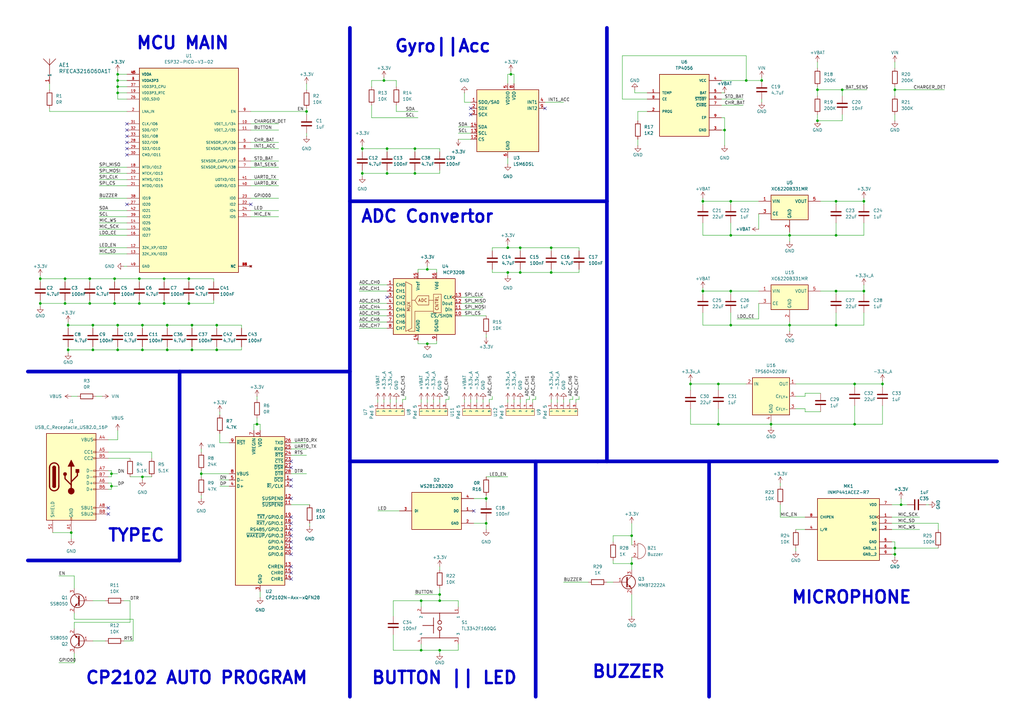
<source format=kicad_sch>
(kicad_sch (version 20231120) (generator "eeschema") (generator_version "8.0")
  (paper "A3")
  (title_block (title "MyoBand Main") (rev "0.0.1") (comment 1 "Đinh Quang Sơn"))
  (junction (at 316.23 173.99))
  (junction (at 48.26 33.02))
  (junction (at 299.72 133.35))
  (junction (at 38.1 133.35))
  (junction (at 29.21 218.44))
  (junction (at 175.26 110.49))
  (junction (at 26.67 124.46))
  (junction (at 323.85 96.52))
  (junction (at 199.39 214.63))
  (junction (at 88.9 143.51))
  (junction (at 48.26 133.35))
  (junction (at 78.74 143.51))
  (junction (at 345.44 36.83))
  (junction (at 77.47 124.46))
  (junction (at 208.28 101.6))
  (junction (at 148.59 71.12))
  (junction (at 48.26 35.56))
  (junction (at 299.72 96.52))
  (junction (at 172.72 266.7))
  (junction (at 48.26 30.48))
  (junction (at 335.28 36.83))
  (junction (at 158.75 71.12))
  (junction (at 48.26 143.51))
  (junction (at 299.72 119.38))
  (junction (at 323.85 133.35))
  (junction (at 48.26 38.1))
  (junction (at 67.31 124.46))
  (junction (at 259.08 219.71))
  (junction (at 367.03 36.83))
  (junction (at 58.42 195.58))
  (junction (at 175.26 140.97))
  (junction (at 180.34 243.84))
  (junction (at 342.9 133.35))
  (junction (at 38.1 143.51))
  (junction (at 67.31 114.3))
  (junction (at 294.64 173.99))
  (junction (at 125.73 45.72))
  (junction (at 288.29 119.38))
  (junction (at 361.95 157.48))
  (junction (at 45.72 194.31))
  (junction (at 57.15 124.46))
  (junction (at 342.9 119.38))
  (junction (at 312.42 33.02))
  (junction (at 199.39 204.47))
  (junction (at 209.55 30.48))
  (junction (at 57.15 114.3))
  (junction (at 170.18 60.96))
  (junction (at 369.57 207.01))
  (junction (at 77.47 114.3))
  (junction (at 172.72 246.38))
  (junction (at 367.03 227.33))
  (junction (at 350.52 157.48))
  (junction (at 294.64 157.48))
  (junction (at 342.9 96.52))
  (junction (at 306.07 33.02))
  (junction (at 288.29 82.55))
  (junction (at 27.94 143.51))
  (junction (at 36.83 114.3))
  (junction (at 16.51 124.46))
  (junction (at 299.72 82.55))
  (junction (at 367.03 224.79))
  (junction (at 213.36 101.6))
  (junction (at 335.28 49.53))
  (junction (at 213.36 111.76))
  (junction (at 354.33 119.38))
  (junction (at 226.06 101.6))
  (junction (at 148.59 60.96))
  (junction (at 105.41 173.99))
  (junction (at 208.28 111.76))
  (junction (at 46.99 124.46))
  (junction (at 27.94 133.35))
  (junction (at 45.72 199.39))
  (junction (at 16.51 114.3))
  (junction (at 297.18 53.34))
  (junction (at 88.9 133.35))
  (junction (at 226.06 111.76))
  (junction (at 58.42 143.51))
  (junction (at 78.74 133.35))
  (junction (at 350.52 173.99))
  (junction (at 158.75 60.96))
  (junction (at 354.33 82.55))
  (junction (at 283.21 157.48))
  (junction (at 58.42 133.35))
  (junction (at 259.08 231.14))
  (junction (at 82.55 194.31))
  (junction (at 170.18 71.12))
  (junction (at 26.67 114.3))
  (junction (at 180.34 266.7))
  (junction (at 68.58 133.35))
  (junction (at 180.34 246.38))
  (junction (at 36.83 124.46))
  (junction (at 157.48 33.02))
  (junction (at 46.99 114.3))
  (junction (at 68.58 143.51))
  (junction (at 342.9 82.55))
  (no_connect (at 52.07 55.88))
  (no_connect (at 119.38 234.95))
  (no_connect (at 44.45 210.82))
  (no_connect (at 119.38 217.17))
  (no_connect (at 119.38 212.09))
  (no_connect (at 158.75 121.92))
  (no_connect (at 193.04 46.99))
  (no_connect (at 223.52 44.45))
  (no_connect (at 119.38 237.49))
  (no_connect (at 119.38 204.47))
  (no_connect (at 44.45 208.28))
  (no_connect (at 119.38 189.23))
  (no_connect (at 119.38 214.63))
  (no_connect (at 52.07 83.82))
  (no_connect (at 52.07 63.5))
  (no_connect (at 52.07 53.34))
  (no_connect (at 52.07 50.8))
  (no_connect (at 119.38 191.77))
  (no_connect (at 52.07 60.96))
  (no_connect (at 194.31 209.55))
  (no_connect (at 119.38 227.33))
  (no_connect (at 119.38 222.25))
  (no_connect (at 193.04 44.45))
  (no_connect (at 52.07 58.42))
  (no_connect (at 119.38 232.41))
  (no_connect (at 119.38 219.71))
  (no_connect (at 119.38 199.39))
  (no_connect (at 119.38 196.85))
  (no_connect (at 102.87 83.82))
  (no_connect (at 119.38 224.79))
  (wire (pts (xy 53.34 246.38) (xy 50.8 246.38)))
  (polyline (pts (xy 143.51 82.55) (xy 248.92 82.55)) (stroke (width 1.5)))
  (wire (pts (xy 147.32 116.84) (xy 158.75 116.84)))
  (wire (pts (xy 201.93 163.83) (xy 201.93 162.56)))
  (wire (pts (xy 58.42 134.62) (xy 58.42 133.35)))
  (wire (pts (xy 361.95 173.99) (xy 350.52 173.99)))
  (wire (pts (xy 88.9 143.51) (xy 99.06 143.51)))
  (wire (pts (xy 187.96 54.61) (xy 193.04 54.61)))
  (wire (pts (xy 157.48 165.1) (xy 157.48 163.83)))
  (wire (pts (xy 40.64 68.58) (xy 52.07 68.58)))
  (wire (pts (xy 175.26 109.22) (xy 175.26 110.49)))
  (wire (pts (xy 147.32 132.08) (xy 158.75 132.08)))
  (wire (pts (xy 147.32 119.38) (xy 158.75 119.38)))
  (wire (pts (xy 166.37 163.83) (xy 165.1 163.83)))
  (wire (pts (xy 323.85 133.35) (xy 342.9 133.35)))
  (wire (pts (xy 180.34 266.7) (xy 187.96 266.7)))
  (wire (pts (xy 170.18 62.23) (xy 170.18 60.96)))
  (wire (pts (xy 78.74 142.24) (xy 78.74 143.51)))
  (wire (pts (xy 199.39 137.16) (xy 199.39 138.43)))
  (wire (pts (xy 175.26 110.49) (xy 179.07 110.49)))
  (wire (pts (xy 30.48 241.3) (xy 30.48 236.22)))
  (wire (pts (xy 87.63 115.57) (xy 87.63 114.3)))
  (wire (pts (xy 161.29 246.38) (xy 172.72 246.38)))
  (wire (pts (xy 342.9 119.38) (xy 342.9 120.65)))
  (wire (pts (xy 180.34 62.23) (xy 180.34 60.96)))
  (wire (pts (xy 288.29 133.35) (xy 299.72 133.35)))
  (wire (pts (xy 119.38 184.15) (xy 125.73 184.15)))
  (wire (pts (xy 30.48 251.46) (xy 30.48 254)))
  (wire (pts (xy 44.45 195.58) (xy 45.72 195.58)))
  (wire (pts (xy 148.59 60.96) (xy 158.75 60.96)))
  (wire (pts (xy 208.28 101.6) (xy 201.93 101.6)))
  (wire (pts (xy 330.2 161.29) (xy 336.55 161.29)))
  (wire (pts (xy 223.52 41.91) (xy 231.14 41.91)))
  (wire (pts (xy 369.57 207.01) (xy 372.11 207.01)))
  (wire (pts (xy 193.04 165.1) (xy 193.04 163.83)))
  (wire (pts (xy 27.94 132.08) (xy 27.94 133.35)))
  (wire (pts (xy 187.96 266.7) (xy 187.96 264.16)))
  (wire (pts (xy 16.51 124.46) (xy 26.67 124.46)))
  (wire (pts (xy 39.37 162.56) (xy 41.91 162.56)))
  (wire (pts (xy 295.91 53.34) (xy 297.18 53.34)))
  (wire (pts (xy 345.44 36.83) (xy 355.6 36.83)))
  (wire (pts (xy 306.07 33.02) (xy 312.42 33.02)))
  (wire (pts (xy 38.1 246.38) (xy 43.18 246.38)))
  (wire (pts (xy 26.67 115.57) (xy 26.67 114.3)))
  (wire (pts (xy 82.55 193.04) (xy 82.55 194.31)))
  (wire (pts (xy 231.14 165.1) (xy 231.14 163.83)))
  (wire (pts (xy 180.34 232.41) (xy 180.34 233.68)))
  (wire (pts (xy 104.14 173.99) (xy 104.14 176.53)))
  (wire (pts (xy 38.1 143.51) (xy 48.26 143.51)))
  (wire (pts (xy 48.26 38.1) (xy 48.26 35.56)))
  (wire (pts (xy 147.32 124.46) (xy 158.75 124.46)))
  (wire (pts (xy 234.95 162.56) (xy 234.95 163.83)))
  (wire (pts (xy 199.39 204.47) (xy 199.39 205.74)))
  (wire (pts (xy 361.95 158.75) (xy 361.95 157.48)))
  (wire (pts (xy 335.28 49.53) (xy 345.44 49.53)))
  (wire (pts (xy 182.88 163.83) (xy 182.88 165.1)))
  (wire (pts (xy 16.51 114.3) (xy 26.67 114.3)))
  (polyline (pts (xy 245.11 189.23) (xy 408.94 189.23)) (stroke (width 1.5)))
  (wire (pts (xy 40.64 76.2) (xy 52.07 76.2)))
  (wire (pts (xy 27.94 143.51) (xy 38.1 143.51)))
  (wire (pts (xy 199.39 195.58) (xy 208.28 195.58)))
  (wire (pts (xy 29.21 162.56) (xy 31.75 162.56)))
  (wire (pts (xy 316.23 173.99) (xy 316.23 175.26)))
  (wire (pts (xy 226.06 101.6) (xy 226.06 102.87)))
  (wire (pts (xy 335.28 25.4) (xy 335.28 27.94)))
  (wire (pts (xy 311.15 87.63) (xy 311.15 93.98)))
  (wire (pts (xy 335.28 35.56) (xy 335.28 36.83)))
  (wire (pts (xy 105.41 171.45) (xy 105.41 173.99)))
  (wire (pts (xy 119.38 186.69) (xy 125.73 186.69)))
  (wire (pts (xy 180.34 243.84) (xy 180.34 246.38)))
  (wire (pts (xy 190.5 38.1) (xy 190.5 41.91)))
  (wire (pts (xy 259.08 214.63) (xy 259.08 219.71)))
  (wire (pts (xy 77.47 124.46) (xy 87.63 124.46)))
  (wire (pts (xy 40.64 96.52) (xy 52.07 96.52)))
  (wire (pts (xy 48.26 133.35) (xy 58.42 133.35)))
  (wire (pts (xy 99.06 134.62) (xy 99.06 133.35)))
  (wire (pts (xy 367.03 36.83) (xy 387.35 36.83)))
  (wire (pts (xy 62.23 185.42) (xy 62.23 187.96)))
  (wire (pts (xy 354.33 128.27) (xy 354.33 133.35)))
  (wire (pts (xy 46.99 114.3) (xy 57.15 114.3)))
  (wire (pts (xy 213.36 101.6) (xy 213.36 102.87)))
  (wire (pts (xy 184.15 163.83) (xy 184.15 162.56)))
  (wire (pts (xy 365.76 207.01) (xy 369.57 207.01)))
  (wire (pts (xy 189.23 129.54) (xy 199.39 129.54)))
  (wire (pts (xy 102.87 81.28) (xy 114.3 81.28)))
  (wire (pts (xy 361.95 166.37) (xy 361.95 173.99)))
  (wire (pts (xy 36.83 114.3) (xy 46.99 114.3)))
  (wire (pts (xy 213.36 111.76) (xy 208.28 111.76)))
  (wire (pts (xy 350.52 157.48) (xy 361.95 157.48)))
  (wire (pts (xy 44.45 185.42) (xy 62.23 185.42)))
  (wire (pts (xy 297.18 53.34) (xy 297.18 59.69)))
  (wire (pts (xy 30.48 255.27) (xy 53.34 255.27)))
  (wire (pts (xy 162.56 165.1) (xy 162.56 163.83)))
  (wire (pts (xy 367.03 224.79) (xy 384.81 224.79)))
  (wire (pts (xy 297.18 48.26) (xy 297.18 53.34)))
  (wire (pts (xy 210.82 165.1) (xy 210.82 163.83)))
  (wire (pts (xy 283.21 156.21) (xy 283.21 157.48)))
  (wire (pts (xy 88.9 133.35) (xy 99.06 133.35)))
  (wire (pts (xy 367.03 222.25) (xy 367.03 224.79)))
  (wire (pts (xy 45.72 194.31) (xy 48.26 194.31)))
  (wire (pts (xy 199.39 213.36) (xy 199.39 214.63)))
  (wire (pts (xy 67.31 123.19) (xy 67.31 124.46)))
  (wire (pts (xy 201.93 163.83) (xy 200.66 163.83)))
  (wire (pts (xy 170.18 69.85) (xy 170.18 71.12)))
  (wire (pts (xy 335.28 36.83) (xy 345.44 36.83)))
  (wire (pts (xy 40.64 101.6) (xy 52.07 101.6)))
  (wire (pts (xy 251.46 229.87) (xy 251.46 231.14)))
  (wire (pts (xy 78.74 133.35) (xy 88.9 133.35)))
  (wire (pts (xy 77.47 123.19) (xy 77.47 124.46)))
  (wire (pts (xy 157.48 33.02) (xy 162.56 33.02)))
  (wire (pts (xy 233.68 165.1) (xy 233.68 163.83)))
  (wire (pts (xy 105.41 173.99) (xy 104.14 173.99)))
  (wire (pts (xy 36.83 123.19) (xy 36.83 124.46)))
  (wire (pts (xy 226.06 111.76) (xy 237.49 111.76)))
  (wire (pts (xy 162.56 43.18) (xy 162.56 45.72)))
  (wire (pts (xy 48.26 142.24) (xy 48.26 143.51)))
  (wire (pts (xy 102.87 73.66) (xy 114.3 73.66)))
  (wire (pts (xy 209.55 30.48) (xy 210.82 30.48)))
  (wire (pts (xy 295.91 40.64) (xy 304.8 40.64)))
  (wire (pts (xy 166.37 163.83) (xy 166.37 162.56)))
  (wire (pts (xy 189.23 121.92) (xy 198.12 121.92)))
  (wire (pts (xy 180.34 246.38) (xy 187.96 246.38)))
  (wire (pts (xy 323.85 96.52) (xy 323.85 99.06)))
  (wire (pts (xy 365.76 222.25) (xy 367.03 222.25)))
  (wire (pts (xy 189.23 127) (xy 198.12 127)))
  (wire (pts (xy 170.18 71.12) (xy 158.75 71.12)))
  (wire (pts (xy 170.18 243.84) (xy 180.34 243.84)))
  (wire (pts (xy 40.64 73.66) (xy 52.07 73.66)))
  (wire (pts (xy 187.96 57.15) (xy 193.04 57.15)))
  (wire (pts (xy 187.96 52.07) (xy 193.04 52.07)))
  (wire (pts (xy 45.72 199.39) (xy 45.72 200.66)))
  (wire (pts (xy 106.68 242.57) (xy 106.68 245.11)))
  (wire (pts (xy 367.03 227.33) (xy 367.03 228.6)))
  (wire (pts (xy 215.9 163.83) (xy 217.17 163.83)))
  (wire (pts (xy 148.59 59.69) (xy 148.59 60.96)))
  (wire (pts (xy 45.72 198.12) (xy 45.72 199.39)))
  (wire (pts (xy 299.72 119.38) (xy 299.72 120.65)))
  (wire (pts (xy 82.55 194.31) (xy 93.98 194.31)))
  (wire (pts (xy 342.9 91.44) (xy 342.9 96.52)))
  (wire (pts (xy 180.34 165.1) (xy 180.34 163.83)))
  (wire (pts (xy 354.33 116.84) (xy 354.33 119.38)))
  (polyline (pts (xy 143.51 11.43) (xy 143.51 285.75)) (stroke (width 1.5)))
  (wire (pts (xy 200.66 163.83) (xy 200.66 165.1)))
  (wire (pts (xy 48.26 40.64) (xy 48.26 38.1)))
  (wire (pts (xy 171.45 110.49) (xy 175.26 110.49)))
  (wire (pts (xy 345.44 39.37) (xy 345.44 36.83)))
  (wire (pts (xy 208.28 30.48) (xy 209.55 30.48)))
  (wire (pts (xy 312.42 40.64) (xy 312.42 41.91)))
  (wire (pts (xy 102.87 76.2) (xy 114.3 76.2)))
  (wire (pts (xy 299.72 82.55) (xy 299.72 83.82)))
  (wire (pts (xy 259.08 219.71) (xy 251.46 219.71)))
  (wire (pts (xy 335.28 36.83) (xy 335.28 39.37)))
  (wire (pts (xy 119.38 194.31) (xy 125.73 194.31)))
  (wire (pts (xy 288.29 119.38) (xy 299.72 119.38)))
  (wire (pts (xy 158.75 69.85) (xy 158.75 71.12)))
  (wire (pts (xy 148.59 69.85) (xy 148.59 71.12)))
  (wire (pts (xy 326.39 167.64) (xy 330.2 167.64)))
  (wire (pts (xy 53.34 195.58) (xy 58.42 195.58)))
  (wire (pts (xy 294.64 167.64) (xy 294.64 173.99)))
  (wire (pts (xy 67.31 124.46) (xy 77.47 124.46)))
  (wire (pts (xy 208.28 64.77) (xy 208.28 67.31)))
  (wire (pts (xy 251.46 219.71) (xy 251.46 222.25)))
  (wire (pts (xy 190.5 41.91) (xy 193.04 41.91)))
  (wire (pts (xy 20.32 34.29) (xy 20.32 36.83)))
  (wire (pts (xy 354.33 81.28) (xy 354.33 82.55)))
  (wire (pts (xy 58.42 142.24) (xy 58.42 143.51)))
  (wire (pts (xy 52.07 40.64) (xy 48.26 40.64)))
  (wire (pts (xy 30.48 254) (xy 54.61 254)))
  (wire (pts (xy 119.38 207.01) (xy 127 207.01)))
  (wire (pts (xy 299.72 82.55) (xy 311.15 82.55)))
  (wire (pts (xy 24.13 236.22) (xy 30.48 236.22)))
  (wire (pts (xy 46.99 123.19) (xy 46.99 124.46)))
  (wire (pts (xy 299.72 96.52) (xy 323.85 96.52)))
  (wire (pts (xy 283.21 160.02) (xy 283.21 157.48)))
  (wire (pts (xy 251.46 231.14) (xy 259.08 231.14)))
  (wire (pts (xy 365.76 214.63) (xy 384.81 214.63)))
  (wire (pts (xy 237.49 101.6) (xy 237.49 102.87)))
  (wire (pts (xy 219.71 163.83) (xy 218.44 163.83)))
  (wire (pts (xy 260.35 36.83) (xy 260.35 38.1)))
  (wire (pts (xy 172.72 266.7) (xy 180.34 266.7)))
  (wire (pts (xy 342.9 128.27) (xy 342.9 133.35)))
  (wire (pts (xy 208.28 165.1) (xy 208.28 163.83)))
  (wire (pts (xy 312.42 31.75) (xy 312.42 33.02)))
  (wire (pts (xy 326.39 157.48) (xy 350.52 157.48)))
  (wire (pts (xy 213.36 165.1) (xy 213.36 163.83)))
  (wire (pts (xy 255.27 22.86) (xy 306.07 22.86)))
  (wire (pts (xy 88.9 142.24) (xy 88.9 143.51)))
  (wire (pts (xy 44.45 198.12) (xy 45.72 198.12)))
  (wire (pts (xy 365.76 217.17) (xy 377.19 217.17)))
  (wire (pts (xy 299.72 119.38) (xy 311.15 119.38)))
  (wire (pts (xy 336.55 119.38) (xy 342.9 119.38)))
  (wire (pts (xy 148.59 60.96) (xy 148.59 62.23)))
  (wire (pts (xy 16.51 124.46) (xy 16.51 125.73)))
  (wire (pts (xy 147.32 127) (xy 158.75 127)))
  (wire (pts (xy 361.95 156.21) (xy 361.95 157.48)))
  (wire (pts (xy 165.1 163.83) (xy 165.1 165.1)))
  (wire (pts (xy 335.28 46.99) (xy 335.28 49.53)))
  (wire (pts (xy 179.07 110.49) (xy 179.07 111.76)))
  (wire (pts (xy 16.51 114.3) (xy 16.51 115.57)))
  (wire (pts (xy 283.21 157.48) (xy 294.64 157.48)))
  (wire (pts (xy 261.62 49.53) (xy 261.62 45.72)))
  (wire (pts (xy 45.72 193.04) (xy 45.72 194.31)))
  (wire (pts (xy 20.32 45.72) (xy 20.32 44.45)))
  (wire (pts (xy 208.28 101.6) (xy 213.36 101.6)))
  (wire (pts (xy 147.32 134.62) (xy 158.75 134.62)))
  (wire (pts (xy 194.31 204.47) (xy 199.39 204.47)))
  (wire (pts (xy 154.94 165.1) (xy 154.94 163.83)))
  (wire (pts (xy 68.58 142.24) (xy 68.58 143.51)))
  (wire (pts (xy 384.81 214.63) (xy 384.81 217.17)))
  (wire (pts (xy 367.03 36.83) (xy 367.03 39.37)))
  (wire (pts (xy 180.34 241.3) (xy 180.34 243.84)))
  (wire (pts (xy 90.17 181.61) (xy 90.17 177.8)))
  (polyline (pts (xy 11.43 152.4) (xy 143.51 152.4)) (stroke (width 1.5)))
  (wire (pts (xy 299.72 128.27) (xy 299.72 133.35)))
  (wire (pts (xy 106.68 173.99) (xy 105.41 173.99)))
  (wire (pts (xy 154.94 209.55) (xy 163.83 209.55)))
  (wire (pts (xy 236.22 163.83) (xy 236.22 165.1)))
  (wire (pts (xy 90.17 196.85) (xy 93.98 196.85)))
  (wire (pts (xy 127 214.63) (xy 127 215.9)))
  (wire (pts (xy 237.49 163.83) (xy 237.49 162.56)))
  (wire (pts (xy 201.93 101.6) (xy 201.93 102.87)))
  (wire (pts (xy 323.85 96.52) (xy 342.9 96.52)))
  (wire (pts (xy 172.72 246.38) (xy 180.34 246.38)))
  (wire (pts (xy 201.93 110.49) (xy 201.93 111.76)))
  (polyline (pts (xy 248.92 11.43) (xy 248.92 82.55)) (stroke (width 1.5)))
  (wire (pts (xy 320.04 207.01) (xy 320.04 212.09)))
  (wire (pts (xy 102.87 66.04) (xy 114.3 66.04)))
  (wire (pts (xy 67.31 114.3) (xy 77.47 114.3)))
  (wire (pts (xy 189.23 124.46) (xy 198.12 124.46)))
  (wire (pts (xy 36.83 114.3) (xy 36.83 115.57)))
  (wire (pts (xy 125.73 45.72) (xy 125.73 46.99)))
  (wire (pts (xy 299.72 91.44) (xy 299.72 96.52)))
  (wire (pts (xy 40.64 93.98) (xy 52.07 93.98)))
  (wire (pts (xy 52.07 38.1) (xy 48.26 38.1)))
  (wire (pts (xy 48.26 133.35) (xy 48.26 134.62)))
  (wire (pts (xy 208.28 111.76) (xy 201.93 111.76)))
  (wire (pts (xy 40.64 71.12) (xy 52.07 71.12)))
  (wire (pts (xy 170.18 60.96) (xy 180.34 60.96)))
  (wire (pts (xy 248.92 238.76) (xy 251.46 238.76)))
  (wire (pts (xy 57.15 123.19) (xy 57.15 124.46)))
  (wire (pts (xy 102.87 53.34) (xy 114.3 53.34)))
  (wire (pts (xy 162.56 45.72) (xy 171.45 45.72)))
  (wire (pts (xy 226.06 165.1) (xy 226.06 163.83)))
  (wire (pts (xy 102.87 58.42) (xy 114.3 58.42)))
  (wire (pts (xy 44.45 187.96) (xy 53.34 187.96)))
  (wire (pts (xy 259.08 228.6) (xy 259.08 231.14)))
  (wire (pts (xy 326.39 162.56) (xy 330.2 162.56)))
  (wire (pts (xy 195.58 165.1) (xy 195.58 163.83)))
  (polyline (pts (xy 290.83 189.23) (xy 290.83 285.75)) (stroke (width 1.5)))
  (wire (pts (xy 40.64 88.9) (xy 52.07 88.9)))
  (wire (pts (xy 379.73 207.01) (xy 381 207.01)))
  (wire (pts (xy 67.31 115.57) (xy 67.31 114.3)))
  (polyline (pts (xy 219.71 189.23) (xy 219.71 285.75)) (stroke (width 1.5)))
  (wire (pts (xy 323.85 132.08) (xy 323.85 133.35)))
  (wire (pts (xy 40.64 81.28) (xy 52.07 81.28)))
  (wire (pts (xy 320.04 212.09) (xy 330.2 212.09)))
  (wire (pts (xy 27.94 133.35) (xy 27.94 134.62)))
  (wire (pts (xy 171.45 140.97) (xy 171.45 139.7)))
  (wire (pts (xy 295.91 48.26) (xy 297.18 48.26)))
  (wire (pts (xy 78.74 143.51) (xy 88.9 143.51)))
  (wire (pts (xy 54.61 254) (xy 54.61 262.89)))
  (wire (pts (xy 16.51 123.19) (xy 16.51 124.46)))
  (wire (pts (xy 295.91 38.1) (xy 297.18 38.1)))
  (wire (pts (xy 48.26 35.56) (xy 48.26 33.02)))
  (wire (pts (xy 40.64 86.36) (xy 52.07 86.36)))
  (wire (pts (xy 102.87 45.72) (xy 125.73 45.72)))
  (wire (pts (xy 199.39 203.2) (xy 199.39 204.47)))
  (wire (pts (xy 93.98 181.61) (xy 90.17 181.61)))
  (wire (pts (xy 288.29 91.44) (xy 288.29 96.52)))
  (wire (pts (xy 148.59 71.12) (xy 158.75 71.12)))
  (wire (pts (xy 58.42 195.58) (xy 62.23 195.58)))
  (wire (pts (xy 228.6 165.1) (xy 228.6 163.83)))
  (wire (pts (xy 105.41 162.56) (xy 105.41 163.83)))
  (wire (pts (xy 295.91 33.02) (xy 306.07 33.02)))
  (wire (pts (xy 29.21 218.44) (xy 29.21 220.98)))
  (wire (pts (xy 208.28 100.33) (xy 208.28 101.6)))
  (wire (pts (xy 78.74 134.62) (xy 78.74 133.35)))
  (wire (pts (xy 326.39 224.79) (xy 326.39 226.06)))
  (wire (pts (xy 147.32 129.54) (xy 158.75 129.54)))
  (wire (pts (xy 68.58 133.35) (xy 68.58 134.62)))
  (wire (pts (xy 259.08 219.71) (xy 259.08 223.52)))
  (wire (pts (xy 44.45 200.66) (xy 45.72 200.66)))
  (wire (pts (xy 26.67 123.19) (xy 26.67 124.46)))
  (wire (pts (xy 294.64 157.48) (xy 294.64 160.02)))
  (wire (pts (xy 90.17 168.91) (xy 90.17 170.18)))
  (wire (pts (xy 48.26 29.21) (xy 48.26 30.48)))
  (wire (pts (xy 354.33 83.82) (xy 354.33 82.55)))
  (wire (pts (xy 213.36 110.49) (xy 213.36 111.76)))
  (wire (pts (xy 342.9 133.35) (xy 354.33 133.35)))
  (wire (pts (xy 194.31 214.63) (xy 199.39 214.63)))
  (wire (pts (xy 77.47 114.3) (xy 87.63 114.3)))
  (wire (pts (xy 119.38 181.61) (xy 125.73 181.61)))
  (wire (pts (xy 294.64 173.99) (xy 316.23 173.99)))
  (wire (pts (xy 172.72 165.1) (xy 172.72 163.83)))
  (wire (pts (xy 102.87 86.36) (xy 114.3 86.36)))
  (wire (pts (xy 210.82 30.48) (xy 210.82 34.29)))
  (wire (pts (xy 299.72 133.35) (xy 323.85 133.35)))
  (wire (pts (xy 46.99 124.46) (xy 57.15 124.46)))
  (wire (pts (xy 367.03 46.99) (xy 367.03 49.53)))
  (wire (pts (xy 102.87 50.8) (xy 114.3 50.8)))
  (wire (pts (xy 57.15 124.46) (xy 67.31 124.46)))
  (wire (pts (xy 261.62 57.15) (xy 261.62 59.69)))
  (wire (pts (xy 199.39 214.63) (xy 199.39 217.17)))
  (wire (pts (xy 237.49 163.83) (xy 236.22 163.83)))
  (wire (pts (xy 177.8 165.1) (xy 177.8 163.83)))
  (wire (pts (xy 102.87 60.96) (xy 114.3 60.96)))
  (wire (pts (xy 36.83 124.46) (xy 46.99 124.46)))
  (wire (pts (xy 217.17 162.56) (xy 217.17 163.83)))
  (wire (pts (xy 231.14 238.76) (xy 241.3 238.76)))
  (wire (pts (xy 106.68 176.53) (xy 106.68 173.99)))
  (wire (pts (xy 180.34 266.7) (xy 180.34 267.97)))
  (wire (pts (xy 45.72 199.39) (xy 48.26 199.39)))
  (wire (pts (xy 323.85 95.25) (xy 323.85 96.52)))
  (wire (pts (xy 125.73 44.45) (xy 125.73 45.72)))
  (wire (pts (xy 323.85 133.35) (xy 323.85 135.89)))
  (wire (pts (xy 365.76 212.09) (xy 377.19 212.09)))
  (wire (pts (xy 87.63 123.19) (xy 87.63 124.46)))
  (wire (pts (xy 179.07 139.7) (xy 179.07 140.97)))
  (wire (pts (xy 365.76 227.33) (xy 367.03 227.33)))
  (wire (pts (xy 215.9 165.1) (xy 215.9 163.83)))
  (wire (pts (xy 326.39 217.17) (xy 330.2 217.17)))
  (wire (pts (xy 30.48 257.81) (xy 30.48 255.27)))
  (wire (pts (xy 82.55 184.15) (xy 82.55 185.42)))
  (wire (pts (xy 54.61 262.89) (xy 50.8 262.89)))
  (wire (pts (xy 152.4 43.18) (xy 152.4 48.26)))
  (wire (pts (xy 179.07 140.97) (xy 175.26 140.97)))
  (polyline (pts (xy 11.43 229.87) (xy 73.66 229.87)) (stroke (width 1.5)))
  (wire (pts (xy 288.29 81.28) (xy 288.29 82.55)))
  (wire (pts (xy 218.44 163.83) (xy 218.44 165.1)))
  (wire (pts (xy 208.28 111.76) (xy 208.28 113.03)))
  (wire (pts (xy 21.59 218.44) (xy 29.21 218.44)))
  (wire (pts (xy 44.45 193.04) (xy 45.72 193.04)))
  (wire (pts (xy 261.62 45.72) (xy 265.43 45.72)))
  (wire (pts (xy 226.06 110.49) (xy 226.06 111.76)))
  (polyline (pts (xy 143.51 189.23) (xy 245.11 189.23)) (stroke (width 1.5)))
  (wire (pts (xy 190.5 165.1) (xy 190.5 163.83)))
  (wire (pts (xy 330.2 167.64) (xy 330.2 168.91)))
  (wire (pts (xy 160.02 165.1) (xy 160.02 163.83)))
  (wire (pts (xy 342.9 96.52) (xy 354.33 96.52)))
  (wire (pts (xy 354.33 120.65) (xy 354.33 119.38)))
  (wire (pts (xy 102.87 68.58) (xy 114.3 68.58)))
  (wire (pts (xy 336.55 82.55) (xy 342.9 82.55)))
  (wire (pts (xy 283.21 173.99) (xy 294.64 173.99)))
  (wire (pts (xy 40.64 104.14) (xy 52.07 104.14)))
  (wire (pts (xy 330.2 162.56) (xy 330.2 161.29)))
  (wire (pts (xy 24.13 271.78) (xy 30.48 271.78)))
  (wire (pts (xy 48.26 33.02) (xy 48.26 30.48)))
  (wire (pts (xy 125.73 54.61) (xy 125.73 55.88)))
  (wire (pts (xy 52.07 45.72) (xy 20.32 45.72)))
  (wire (pts (xy 342.9 82.55) (xy 354.33 82.55)))
  (wire (pts (xy 294.64 157.48) (xy 306.07 157.48)))
  (polyline (pts (xy 73.66 152.4) (xy 73.66 229.87)) (stroke (width 1.5)))
  (wire (pts (xy 99.06 142.24) (xy 99.06 143.51)))
  (wire (pts (xy 316.23 172.72) (xy 316.23 173.99)))
  (wire (pts (xy 161.29 246.38) (xy 161.29 252.73)))
  (wire (pts (xy 265.43 40.64) (xy 255.27 40.64)))
  (wire (pts (xy 259.08 243.84) (xy 259.08 252.73)))
  (wire (pts (xy 27.94 133.35) (xy 38.1 133.35)))
  (wire (pts (xy 175.26 165.1) (xy 175.26 163.83)))
  (wire (pts (xy 58.42 133.35) (xy 68.58 133.35)))
  (wire (pts (xy 350.52 173.99) (xy 316.23 173.99)))
  (wire (pts (xy 288.29 82.55) (xy 288.29 83.82)))
  (wire (pts (xy 52.07 33.02) (xy 48.26 33.02)))
  (wire (pts (xy 260.35 38.1) (xy 265.43 38.1)))
  (wire (pts (xy 226.06 101.6) (xy 237.49 101.6)))
  (wire (pts (xy 40.64 91.44) (xy 52.07 91.44)))
  (wire (pts (xy 288.29 82.55) (xy 299.72 82.55)))
  (wire (pts (xy 219.71 163.83) (xy 219.71 162.56)))
  (wire (pts (xy 90.17 199.39) (xy 93.98 199.39)))
  (wire (pts (xy 27.94 143.51) (xy 27.94 144.78)))
  (wire (pts (xy 283.21 167.64) (xy 283.21 173.99)))
  (wire (pts (xy 288.29 128.27) (xy 288.29 133.35)))
  (wire (pts (xy 125.73 34.29) (xy 125.73 36.83)))
  (wire (pts (xy 30.48 267.97) (xy 30.48 271.78)))
  (wire (pts (xy 350.52 157.48) (xy 350.52 158.75)))
  (wire (pts (xy 38.1 133.35) (xy 38.1 134.62)))
  (wire (pts (xy 161.29 260.35) (xy 161.29 266.7)))
  (wire (pts (xy 171.45 111.76) (xy 171.45 110.49)))
  (wire (pts (xy 184.15 163.83) (xy 182.88 163.83)))
  (wire (pts (xy 208.28 34.29) (xy 208.28 30.48)))
  (wire (pts (xy 367.03 35.56) (xy 367.03 36.83)))
  (wire (pts (xy 82.55 194.31) (xy 82.55 195.58)))
  (wire (pts (xy 288.29 96.52) (xy 299.72 96.52)))
  (wire (pts (xy 38.1 262.89) (xy 43.18 262.89)))
  (wire (pts (xy 82.55 203.2) (xy 82.55 204.47)))
  (wire (pts (xy 152.4 48.26) (xy 171.45 48.26)))
  (wire (pts (xy 158.75 60.96) (xy 158.75 62.23)))
  (wire (pts (xy 172.72 264.16) (xy 172.72 266.7)))
  (wire (pts (xy 367.03 224.79) (xy 365.76 224.79)))
  (wire (pts (xy 48.26 180.34) (xy 44.45 180.34)))
  (wire (pts (xy 26.67 114.3) (xy 36.83 114.3)))
  (wire (pts (xy 306.07 22.86) (xy 306.07 33.02)))
  (wire (pts (xy 16.51 113.03) (xy 16.51 114.3)))
  (wire (pts (xy 27.94 142.24) (xy 27.94 143.51)))
  (wire (pts (xy 57.15 114.3) (xy 57.15 115.57)))
  (wire (pts (xy 367.03 25.4) (xy 367.03 27.94)))
  (wire (pts (xy 198.12 165.1) (xy 198.12 163.83)))
  (wire (pts (xy 48.26 30.48) (xy 52.07 30.48)))
  (wire (pts (xy 52.07 35.56) (xy 48.26 35.56)))
  (wire (pts (xy 68.58 133.35) (xy 78.74 133.35)))
  (wire (pts (xy 233.68 163.83) (xy 234.95 163.83)))
  (wire (pts (xy 46.99 115.57) (xy 46.99 114.3)))
  (wire (pts (xy 48.26 176.53) (xy 48.26 180.34)))
  (wire (pts (xy 148.59 71.12) (xy 148.59 72.39)))
  (wire (pts (xy 255.27 40.64) (xy 255.27 22.86)))
  (wire (pts (xy 213.36 111.76) (xy 226.06 111.76)))
  (wire (pts (xy 187.96 246.38) (xy 187.96 248.92)))
  (wire (pts (xy 342.9 119.38) (xy 354.33 119.38)))
  (wire (pts (xy 50.8 109.22) (xy 52.07 109.22)))
  (wire (pts (xy 311.15 124.46) (xy 311.15 130.81)))
  (wire (pts (xy 367.03 227.33) (xy 367.03 224.79)))
  (wire (pts (xy 58.42 143.51) (xy 48.26 143.51)))
  (wire (pts (xy 342.9 82.55) (xy 342.9 83.82)))
  (wire (pts (xy 58.42 195.58) (xy 58.42 196.85)))
  (wire (pts (xy 57.15 114.3) (xy 67.31 114.3)))
  (wire (pts (xy 172.72 248.92) (xy 172.72 246.38)))
  (wire (pts (xy 209.55 29.21) (xy 209.55 30.48)))
  (wire (pts (xy 369.57 207.01) (xy 369.57 204.47)))
  (wire (pts (xy 45.72 194.31) (xy 45.72 195.58)))
  (wire (pts (xy 213.36 101.6) (xy 226.06 101.6)))
  (wire (pts (xy 237.49 110.49) (xy 237.49 111.76)))
  (wire (pts (xy 77.47 114.3) (xy 77.47 115.57)))
  (wire (pts (xy 288.29 119.38) (xy 288.29 120.65)))
  (wire (pts (xy 88.9 133.35) (xy 88.9 134.62)))
  (wire (pts (xy 288.29 118.11) (xy 288.29 119.38)))
  (wire (pts (xy 330.2 168.91) (xy 336.55 168.91)))
  (wire (pts (xy 58.42 143.51) (xy 68.58 143.51)))
  (wire (pts (xy 295.91 43.18) (xy 304.8 43.18)))
  (wire (pts (xy 302.26 130.81) (xy 311.15 130.81)))
  (wire (pts (xy 170.18 71.12) (xy 180.34 71.12)))
  (wire (pts (xy 102.87 88.9) (xy 114.3 88.9)))
  (wire (pts (xy 48.26 133.35) (xy 38.1 133.35)))
  (wire (pts (xy 38.1 142.24) (xy 38.1 143.51)))
  (wire (pts (xy 53.34 255.27) (xy 53.34 246.38)))
  (wire (pts (xy 354.33 91.44) (xy 354.33 96.52)))
  (wire (pts (xy 157.48 33.02) (xy 157.48 31.75)))
  (wire (pts (xy 161.29 266.7) (xy 172.72 266.7)))
  (polyline (pts (xy 248.92 82.55) (xy 248.92 189.23)) (stroke (width 1.5)))
  (wire (pts (xy 175.26 140.97) (xy 171.45 140.97)))
  (wire (pts (xy 259.08 231.14) (xy 259.08 233.68)))
  (wire (pts (xy 152.4 35.56) (xy 152.4 33.02)))
  (wire (pts (xy 345.44 46.99) (xy 345.44 49.53)))
  (wire (pts (xy 162.56 35.56) (xy 162.56 33.02)))
  (wire (pts (xy 152.4 33.02) (xy 157.48 33.02)))
  (wire (pts (xy 68.58 143.51) (xy 78.74 143.51)))
  (wire (pts (xy 350.52 166.37) (xy 350.52 173.99)))
  (wire (pts (xy 320.04 198.12) (xy 320.04 199.39)))
  (wire (pts (xy 180.34 69.85) (xy 180.34 71.12)))
  (wire (pts (xy 158.75 60.96) (xy 170.18 60.96)))
  (wire (pts (xy 26.67 124.46) (xy 36.83 124.46)))
  (text "MCU MAIN" (at 74.93 17.78 0) (effects (font (size 5 5) (thickness 1) (bold yes))))
  (text "TYPEC" (at 55.88 219.71 0) (effects (font (size 5 5) (thickness 1) (bold yes))))
  (text "BUTTON || LED " (at 184.15 278.13 0) (effects (font (size 5 5) (thickness 1) (bold yes))))
  (text "Gyro||Acc" (at 181.61 19.05 0) (effects (font (size 5 5) (thickness 1) (bold yes))))
  (text "MICROPHONE" (at 349.25 245.11 0) (effects (font (size 5 5) (thickness 1) (bold yes))))
  (text "CP2102 AUTO PROGRAM \n" (at 82.55 278.13 0) (effects (font (size 5 5) (thickness 1) (bold yes))))
  (text "BUZZER" (at 257.81 275.59 0) (effects (font (size 5 5) (thickness 1) (bold yes))))
  (text "ADC Convertor" (at 175.26 88.9 0) (effects (font (size 5 5) (thickness 1) (bold yes))))
  (label "SDA" (at 166.37 45.72 0))
  (label "LED_EN" (at 40.64 101.6 0))
  (label "STD_BAT" (at 104.14 66.04 0))
  (label "ADC_CH4" (at 147.32 127 0))
  (label "EN" (at 121.92 45.72 0))
  (label "ADC_CH0" (at 219.71 162.56 90))
  (label "BUZZER" (at 40.64 81.28 0))
  (label "ADC_CH0" (at 147.32 116.84 0))
  (label "LDO_CE" (at 302.26 130.81 0))
  (label "GPIO00" (at 24.13 271.78 0))
  (label "SPI_CS" (at 40.64 76.2 0))
  (label "INT1_ACC" (at 104.14 60.96 0))
  (label "DN" (at 48.26 194.31 0))
  (label "SPI_CLK" (at 190.5 121.92 0))
  (label "DP" (at 48.26 199.39 0))
  (label "ADC_CH3" (at 147.32 124.46 0))
  (label "ADC_CH3" (at 166.37 162.56 90))
  (label "LED" (at 104.14 86.36 0))
  (label "EN" (at 24.13 236.22 0))
  (label "SCL" (at 166.37 48.26 0))
  (label "SPI_CS" (at 190.5 129.54 0))
  (label "ADC_CH7" (at 237.49 162.56 90))
  (label "SPI_MOSI" (at 190.5 127 0))
  (label "ADC_CH4" (at 184.15 162.56 90))
  (label "DP" (at 90.17 199.39 0))
  (label "UART0_RX" (at 104.14 76.2 0))
  (label "SCL" (at 40.64 88.9 0))
  (label "BAT_SENS" (at 346.71 36.83 0))
  (label "ADC_CH6" (at 147.32 132.08 0))
  (label "UART0_RX" (at 120.65 181.61 0))
  (label "DTR" (at 53.34 246.38 0))
  (label "CHARGER_DET" (at 374.65 36.83 0))
  (label "DN" (at 90.17 196.85 0))
  (label "CHARGER_DET" (at 104.14 50.8 0))
  (label "MIC_SCK" (at 368.3 212.09 0))
  (label "CHR_BAT" (at 104.14 58.42 0))
  (label "STD_BAT" (at 297.18 40.64 0))
  (label "MIC_SD" (at 40.64 104.14 0))
  (label "LDO_CE" (at 40.64 96.52 0))
  (label "SPI_CLK" (at 40.64 73.66 0))
  (label "ADC_CH1" (at 147.32 119.38 0))
  (label "MIC_EN" (at 104.14 88.9 0))
  (label "BUTTON" (at 104.14 53.34 0))
  (label "INT1_ACC" (at 224.79 41.91 0))
  (label "MIC_WS" (at 368.3 217.17 0))
  (label "UART0_TX" (at 120.65 184.15 0))
  (label "MIC_SD" (at 368.3 214.63 0))
  (label "SPI_MISO" (at 190.5 124.46 0))
  (label "MIC_WS" (at 40.64 91.44 0))
  (label "MIC_SCK" (at 40.64 93.98 0))
  (label "SPI_MOSI" (at 40.64 71.12 0))
  (label "ADC_CH5" (at 147.32 129.54 0))
  (label "ADC_CH1" (at 217.17 162.56 90))
  (label "SDA" (at 187.96 52.07 0))
  (label "BUTTON" (at 170.18 243.84 0))
  (label "BUZZER" (at 231.14 238.76 0))
  (label "SDA" (at 40.64 86.36 0))
  (label "ADC_CH5" (at 201.93 162.56 90))
  (label "BAT_SENS" (at 104.14 68.58 0))
  (label "UART0_TX" (at 104.14 73.66 0))
  (label "RTS" (at 120.65 186.69 0))
  (label "LED" (at 154.94 209.55 0))
  (label "ADC_CH6" (at 234.95 162.56 90))
  (label "DTR" (at 120.65 194.31 0))
  (label "MIC_EN" (at 320.04 212.09 0))
  (label "ADC_CH7" (at 147.32 134.62 0))
  (label "GPIO00" (at 104.14 81.28 0))
  (label "RTS" (at 50.8 262.89 0))
  (label "LED_EN" (at 200.66 195.58 0))
  (label "CHR_BAT" (at 297.18 43.18 0))
  (label "SCL" (at 187.96 54.61 0))
  (label "SPI_MISO" (at 40.64 68.58 0))
  (symbol (lib_id "Device:R") (at 180.34 237.49 0) (unit 1)
    (property "Reference" "R22" (at 182.88 236.2199 0) (effects (justify left)))
    (property "Value" "10K" (at 182.88 238.7599 0) (effects (justify left)))
    (property "Footprint" "Capacitor_SMD:C_0402_1005Metric" (effects (hide yes)))
    (property "Description" "Resistor" (effects (hide yes)))
  )
  (symbol (lib_id "power:VBUS") (at 354.33 116.84 0) (unit 1)
    (property "Reference" "#PWR078" (effects (hide yes)))
    (property "Value" "+3.3v_A" (at 350.52 113.03 0) (effects (justify left)))
    (property "Description" "Power symbol creates a global label with name \"VBUS\"" (effects (hide yes)))
  )
  (symbol (lib_id "Device:R") (at 152.4 39.37 0) (unit 1)
    (property "Reference" "R13" (at 154.94 38.0999 0) (effects (justify left)))
    (property "Value" "10K" (at 154.94 40.6399 0) (effects (justify left)))
    (property "Footprint" "Capacitor_SMD:C_0402_1005Metric" (effects (hide yes)))
    (property "Description" "Resistor" (effects (hide yes)))
  )
  (symbol (lib_id "Device:C") (at 36.83 119.38 0) (unit 1)
    (property "Reference" "C4" (at 39.37 118.11 0) (effects (justify left)))
    (property "Value" "4.7uF" (at 39.37 120.65 0) (effects (justify left)))
    (property "Footprint" "Capacitor_SMD:C_0402_1005Metric" (effects (hide yes)))
    (property "Description" "Unpolarized capacitor" (effects (hide yes)))
  )
  (symbol (lib_id "power:+3.3V") (at 320.04 198.12 0) (unit 1)
    (property "Reference" "#PWR085" (effects (hide yes)))
    (property "Value" "+3.3V" (at 320.04 194.31 0))
    (property "Description" "Power symbol creates a global label with name \"+3.3V\"" (effects (hide yes)))
  )
  (symbol (lib_id "power:VBUS") (at 195.58 163.83 0) (unit 1)
    (property "Reference" "#PWR043" (effects (hide yes)))
    (property "Value" "-3.3v_A" (at 195.5799 160.02 90) (effects (justify left)))
    (property "Description" "Power symbol creates a global label with name \"VBUS\"" (effects (hide yes)))
  )
  (symbol (lib_id "Device:C") (at 57.15 119.38 0) (unit 1)
    (property "Reference" "C6" (at 59.69 118.11 0) (effects (justify left)))
    (property "Value" "4.7uF" (at 59.69 120.65 0) (effects (justify left)))
    (property "Footprint" "Capacitor_SMD:C_0402_1005Metric" (effects (hide yes)))
    (property "Description" "Unpolarized capacitor" (effects (hide yes)))
  )
  (symbol (lib_id "Device:C") (at 336.55 165.1 0) (unit 1)
    (property "Reference" "C29" (at 340.36 163.8299 0) (effects (justify left)))
    (property "Value" "1uF" (at 340.36 166.3699 0) (effects (justify left)))
    (property "Footprint" "Capacitor_SMD:C_0402_1005Metric" (effects (hide yes)))
    (property "Description" "Unpolarized capacitor" (effects (hide yes)))
  )
  (symbol (lib_id "power:VDC") (at 82.55 184.15 0) (unit 1)
    (property "Reference" "#PWR014" (effects (hide yes)))
    (property "Value" "VIN" (at 85.09 182.8799 0) (effects (justify left)))
    (property "Description" "Power symbol creates a global label with name \"VDC\"" (effects (hide yes)))
  )
  (symbol (lib_id "Device:C") (at 312.42 36.83 0) (unit 1)
    (property "Reference" "C19" (at 316.23 35.5599 0) (effects (justify left)))
    (property "Value" "4.7uF" (at 316.23 38.0999 0) (effects (justify left)))
    (property "Footprint" "Capacitor_SMD:C_0402_1005Metric" (effects (hide yes)))
    (property "Description" "Unpolarized capacitor" (effects (hide yes)))
  )
  (symbol (lib_id "power:GND") (at 297.18 59.69 0) (unit 1)
    (property "Reference" "#PWR063" (effects (hide yes)))
    (property "Value" "GND" (at 297.18 64.77 0))
    (property "Description" "Power symbol creates a global label with name \"GND\" , ground" (effects (hide yes)))
  )
  (symbol (lib_id "Device:C") (at 342.9 124.46 0) (unit 1)
    (property "Reference" "C27" (at 346.71 123.1899 0) (effects (justify left)))
    (property "Value" "22uF" (at 346.71 125.7299 0) (effects (justify left)))
    (property "Footprint" "Capacitor_SMD:C_0603_1608Metric" (effects (hide yes)))
    (property "Description" "Unpolarized capacitor" (effects (hide yes)))
  )
  (symbol (lib_id "power:GND") (at 261.62 59.69 0) (unit 1)
    (property "Reference" "#PWR068" (effects (hide yes)))
    (property "Value" "GND" (at 261.62 63.5 0))
    (property "Description" "Power symbol creates a global label with name \"GND\" , ground" (effects (hide yes)))
  )
  (symbol (lib_id "Device:R") (at 245.11 238.76 90) (unit 1)
    (property "Reference" "R29" (at 245.11 232.41 90))
    (property "Value" "1K" (at 245.11 234.95 90))
    (property "Footprint" "Capacitor_SMD:C_0402_1005Metric" (effects (hide yes)))
    (property "Description" "Resistor" (effects (hide yes)))
  )
  (symbol (lib_id "Device:C") (at 375.92 207.01 90) (unit 1)
    (property "Reference" "C35" (at 381 204.47 90) (effects (justify left)))
    (property "Value" "1uF" (at 381 201.93 90) (effects (justify left)))
    (property "Footprint" "Capacitor_SMD:C_0402_1005Metric" (effects (hide yes)))
    (property "Description" "Unpolarized capacitor" (effects (hide yes)))
  )
  (symbol (lib_id "Device:R") (at 53.34 191.77 180) (unit 1)
    (property "Reference" "R4" (at 55.88 190.4999 0) (effects (justify right)))
    (property "Value" "5.1K" (at 55.88 193.0399 0) (effects (justify right)))
    (property "Footprint" "Capacitor_SMD:C_0402_1005Metric" (effects (hide yes)))
    (property "Description" "Resistor" (effects (hide yes)))
  )
  (symbol (lib_id "power:GND") (at 29.21 220.98 0) (unit 1)
    (property "Reference" "#PWR011" (effects (hide yes)))
    (property "Value" "GND" (at 29.21 226.06 0))
    (property "Description" "Power symbol creates a global label with name \"GND\" , ground" (effects (hide yes)))
  )
  (symbol (lib_id "power:VDC") (at 367.03 25.4 0) (unit 1)
    (property "Reference" "#PWR074" (effects (hide yes)))
    (property "Value" "VIN" (at 367.03 21.59 0))
    (property "Description" "Power symbol creates a global label with name \"VDC\"" (effects (hide yes)))
  )
  (symbol (lib_id "power:VBUS") (at 288.29 118.11 0) (unit 1)
    (property "Reference" "#PWR077" (effects (hide yes)))
    (property "Value" "+VBAT" (at 288.29 114.3 0))
    (property "Description" "Power symbol creates a global label with name \"VBUS\"" (effects (hide yes)))
  )
  (symbol (lib_id "Device:C") (at 180.34 66.04 0) (unit 1)
    (property "Reference" "C39" (at 182.88 64.77 0) (effects (justify left)))
    (property "Value" "100nF" (at 182.88 67.31 0) (effects (justify left)))
    (property "Footprint" "Capacitor_SMD:C_0402_1005Metric" (effects (hide yes)))
    (property "Description" "Unpolarized capacitor" (effects (hide yes)))
  )
  (symbol (lib_id "power:VBUS") (at 193.04 163.83 0) (unit 1)
    (property "Reference" "#PWR042" (effects (hide yes)))
    (property "Value" "+3.3v_A" (at 193.0399 160.02 90) (effects (justify left)))
    (property "Description" "Power symbol creates a global label with name \"VBUS\"" (effects (hide yes)))
  )
  (symbol (lib_id "Device:C") (at 288.29 87.63 0) (unit 1)
    (property "Reference" "C21" (at 292.1 86.3599 0) (effects (justify left)))
    (property "Value" "22uF" (at 292.1 88.8999 0) (effects (justify left)))
    (property "Footprint" "Capacitor_SMD:C_0603_1608Metric" (effects (hide yes)))
    (property "Description" "Unpolarized capacitor" (effects (hide yes)))
  )
  (symbol (lib_id "power:GND") (at 367.03 49.53 0) (unit 1)
    (property "Reference" "#PWR075" (effects (hide yes)))
    (property "Value" "GND" (at 367.03 53.34 0))
    (property "Description" "Power symbol creates a global label with name \"GND\" , ground" (effects (hide yes)))
  )
  (symbol (lib_id "Device:C") (at 68.58 138.43 0) (unit 1)
    (property "Reference" "C36" (at 71.12 137.16 0) (effects (justify left)))
    (property "Value" "4.7uF" (at 71.12 139.7 0) (effects (justify left)))
    (property "Footprint" "Capacitor_SMD:C_0402_1005Metric" (effects (hide yes)))
    (property "Description" "Unpolarized capacitor" (effects (hide yes)))
  )
  (symbol (lib_id "Device:C") (at 170.18 66.04 0) (unit 1)
    (property "Reference" "C38" (at 172.72 64.77 0) (effects (justify left)))
    (property "Value" "4.7uF" (at 172.72 67.31 0) (effects (justify left)))
    (property "Footprint" "Capacitor_SMD:C_0402_1005Metric" (effects (hide yes)))
    (property "Description" "Unpolarized capacitor" (effects (hide yes)))
  )
  (symbol (lib_id "power:+3.3V") (at 180.34 232.41 0) (unit 1)
    (property "Reference" "#PWR084" (effects (hide yes)))
    (property "Value" "+3.3V" (at 180.34 228.6 0))
    (property "Description" "Power symbol creates a global label with name \"+3.3V\"" (effects (hide yes)))
  )
  (symbol (lib_id "power:GND") (at 208.28 113.03 0) (unit 1)
    (property "Reference" "#PWR061" (effects (hide yes)))
    (property "Value" "GND" (at 208.28 118.11 0))
    (property "Description" "Power symbol creates a global label with name \"GND\" , ground" (effects (hide yes)))
  )
  (symbol (lib_id "Device:R") (at 251.46 226.06 0) (unit 1)
    (property "Reference" "R28" (at 254 224.7899 0) (effects (justify left)))
    (property "Value" "1K" (at 254 227.3299 0) (effects (justify left)))
    (property "Footprint" "Capacitor_SMD:C_0402_1005Metric" (effects (hide yes)))
    (property "Description" "Resistor" (effects (hide yes)))
  )
  (symbol (lib_id "power:GND") (at 82.55 204.47 0) (unit 1)
    (property "Reference" "#PWR016" (effects (hide yes)))
    (property "Value" "GND" (at 82.55 209.55 0))
    (property "Description" "Power symbol creates a global label with name \"GND\" , ground" (effects (hide yes)))
  )
  (symbol (lib_id "Device:R") (at 199.39 133.35 0) (unit 1)
    (property "Reference" "R15" (at 201.93 132.0799 0) (effects (justify left)))
    (property "Value" "10K" (at 201.93 134.6199 0) (effects (justify left)))
    (property "Footprint" "Capacitor_SMD:C_0402_1005Metric" (effects (hide yes)))
    (property "Description" "Resistor" (effects (hide yes)))
  )
  (symbol (lib_id "Device:C") (at 199.39 209.55 0) (unit 1)
    (property "Reference" "C18" (at 203.2 208.2799 0) (effects (justify left)))
    (property "Value" "100nF" (at 203.2 210.8199 0) (effects (justify left)))
    (property "Footprint" "Capacitor_SMD:C_0402_1005Metric" (effects (hide yes)))
    (property "Description" "Unpolarized capacitor" (effects (hide yes)))
  )
  (symbol (lib_id "power:VDC") (at 312.42 31.75 0) (unit 1)
    (property "Reference" "#PWR064" (effects (hide yes)))
    (property "Value" "VIN" (at 312.42 27.94 0))
    (property "Description" "Power symbol creates a global label with name \"VDC\"" (effects (hide yes)))
  )
  (symbol (lib_id "Device:C") (at 16.51 119.38 0) (unit 1)
    (property "Reference" "C2" (at 19.05 118.11 0) (effects (justify left)))
    (property "Value" "4.7uF" (at 19.05 120.65 0) (effects (justify left)))
    (property "Footprint" "Capacitor_SMD:C_0402_1005Metric" (effects (hide yes)))
    (property "Description" "Unpolarized capacitor" (effects (hide yes)))
  )
  (symbol (lib_id "Device:C") (at 99.06 138.43 0) (unit 1)
    (property "Reference" "C43" (at 101.6 137.16 0) (effects (justify left)))
    (property "Value" "100nF" (at 101.6 139.7 0) (effects (justify left)))
    (property "Footprint" "Capacitor_SMD:C_0402_1005Metric" (effects (hide yes)))
    (property "Description" "Unpolarized capacitor" (effects (hide yes)))
  )
  (symbol (lib_id "power:GND") (at 323.85 99.06 0) (unit 1)
    (property "Reference" "#PWR072" (effects (hide yes)))
    (property "Value" "GND" (at 323.85 102.87 0))
    (property "Description" "Power symbol creates a global label with name \"GND\" , ground" (effects (hide yes)))
  )
  (symbol (lib_id "power:+3.3V") (at 105.41 162.56 0) (unit 1)
    (property "Reference" "#PWR012" (effects (hide yes)))
    (property "Value" "+3.3V" (at 105.41 158.75 0))
    (property "Description" "Power symbol creates a global label with name \"+3.3V\"" (effects (hide yes)))
  )
  (symbol (lib_id "Pad:Pad_5") (at 160.02 168.91 90) (unit 1)
    (property "Reference" "U7" (at 149.86 169.037 0))
    (property "Value" "Pad 5" (at 152.4 169.037 0))
    (property "Footprint" "Pad:Pad 5" (effects (hide yes)))
  )
  (symbol (lib_id "power:GND") (at 198.12 163.83 180) (unit 1)
    (property "Reference" "#PWR044" (effects (hide yes)))
    (property "Value" "GND" (at 198.1199 160.02 90) (effects (justify right)))
    (property "Description" "Power symbol creates a global label with name \"GND\" , ground" (effects (hide yes)))
  )
  (symbol (lib_id "Device:C") (at 26.67 119.38 0) (unit 1)
    (property "Reference" "C3" (at 29.21 118.11 0) (effects (justify left)))
    (property "Value" "100nF" (at 29.21 120.65 0) (effects (justify left)))
    (property "Footprint" "Capacitor_SMD:C_0402_1005Metric" (effects (hide yes)))
    (property "Description" "Unpolarized capacitor" (effects (hide yes)))
  )
  (symbol (lib_id "Device:R") (at 62.23 191.77 180) (unit 1)
    (property "Reference" "R5" (at 64.77 190.4999 0) (effects (justify right)))
    (property "Value" "5.1K" (at 64.77 193.0399 0) (effects (justify right)))
    (property "Footprint" "Capacitor_SMD:C_0402_1005Metric" (effects (hide yes)))
    (property "Description" "Resistor" (effects (hide yes)))
  )
  (symbol (lib_id "Device:R") (at 127 210.82 180) (unit 1)
    (property "Reference" "R10" (at 129.54 209.5499 0) (effects (justify right)))
    (property "Value" "10K" (at 129.54 212.0899 0) (effects (justify right)))
    (property "Footprint" "Capacitor_SMD:C_0402_1005Metric" (effects (hide yes)))
    (property "Description" "Resistor" (effects (hide yes)))
  )
  (symbol (lib_id "power:VBUS") (at 226.06 163.83 0) (unit 1)
    (property "Reference" "#PWR034" (effects (hide yes)))
    (property "Value" "+3.3v_A" (at 226.0599 160.02 90) (effects (justify left)))
    (property "Description" "Power symbol creates a global label with name \"VBUS\"" (effects (hide yes)))
  )
  (symbol (lib_id "power:+3.3V") (at 148.59 59.69 0) (unit 1)
    (property "Reference" "#PWR023" (effects (hide yes)))
    (property "Value" "+3.3V" (at 148.59 54.61 0))
    (property "Description" "Power symbol creates a global label with name \"+3.3V\"" (effects (hide yes)))
  )
  (symbol (lib_id "Device:C") (at 46.99 119.38 0) (unit 1)
    (property "Reference" "C5" (at 49.53 118.11 0) (effects (justify left)))
    (property "Value" "100nF" (at 49.53 120.65 0) (effects (justify left)))
    (property "Footprint" "Capacitor_SMD:C_0402_1005Metric" (effects (hide yes)))
    (property "Description" "Unpolarized capacitor" (effects (hide yes)))
  )
  (symbol (lib_id "Device:C") (at 283.21 163.83 0) (unit 1)
    (property "Reference" "C30" (at 287.02 162.5599 0) (effects (justify left)))
    (property "Value" "22uF" (at 287.02 165.0999 0) (effects (justify left)))
    (property "Footprint" "Capacitor_SMD:C_0603_1608Metric" (effects (hide yes)))
    (property "Description" "Unpolarized capacitor" (effects (hide yes)))
  )
  (symbol (lib_id "power:+3.3V") (at 27.94 132.08 0) (unit 1)
    (property "Reference" "#PWR037" (effects (hide yes)))
    (property "Value" "+3.3V" (at 27.94 128.27 0))
    (property "Description" "Power symbol creates a global label with name \"+3.3V\"" (effects (hide yes)))
  )
  (symbol (lib_id "power:VBUS") (at 297.18 38.1 0) (unit 1)
    (property "Reference" "#PWR066" (effects (hide yes)))
    (property "Value" "+VBAT" (at 297.18 34.29 0))
    (property "Description" "Power symbol creates a global label with name \"VBUS\"" (effects (hide yes)))
  )
  (symbol (lib_id "power:GND") (at 208.28 67.31 0) (unit 1)
    (property "Reference" "#PWR021" (effects (hide yes)))
    (property "Value" "GND" (at 208.28 72.39 0))
    (property "Description" "Power symbol creates a global label with name \"GND\" , ground" (effects (hide yes)))
  )
  (symbol (lib_id "power:VBUS") (at 361.95 156.21 0) (unit 1)
    (property "Reference" "#PWR083" (effects (hide yes)))
    (property "Value" "-3.3v_A" (at 358.14 152.4 0) (effects (justify left)))
    (property "Description" "Power symbol creates a global label with name \"VBUS\"" (effects (hide yes)))
  )
  (symbol (lib_id "power:VBUS") (at 160.02 163.83 0) (unit 1)
    (property "Reference" "#PWR027" (effects (hide yes)))
    (property "Value" "-3.3v_A" (at 160.0199 160.02 90) (effects (justify left)))
    (property "Description" "Power symbol creates a global label with name \"VBUS\"" (effects (hide yes)))
  )
  (symbol (lib_id "Regulator_Linear:XC6220B331MR") (at 323.85 85.09 0) (unit 1)
    (property "Reference" "U5" (at 323.85 74.93 0))
    (property "Value" "XC6220B331MR" (at 323.85 77.47 0))
    (property "Footprint" "Package_TO_SOT_SMD:SOT-23-5" (effects (hide yes)))
    (property "Datasheet" "https://www.torexsemi.com/file/xc6220/XC6220.pdf" (effects (hide yes)))
    (property "Description" "1A, Low Drop-out Voltage Regulator, Fixed Output 3.3V, SOT-23-5" (effects (hide yes)))
  )
  (symbol (lib_id "Device:C") (at 27.94 138.43 0) (unit 1)
    (property "Reference" "C8" (at 30.48 137.16 0) (effects (justify left)))
    (property "Value" "4.7uF" (at 30.48 139.7 0) (effects (justify left)))
    (property "Footprint" "Capacitor_SMD:C_0402_1005Metric" (effects (hide yes)))
    (property "Description" "Unpolarized capacitor" (effects (hide yes)))
  )
  (symbol (lib_id "Device:C") (at 87.63 119.38 0) (unit 1)
    (property "Reference" "C41" (at 90.17 118.1101 0) (effects (justify left)))
    (property "Value" "100nF" (at 90.17 120.65 0) (effects (justify left)))
    (property "Footprint" "Capacitor_SMD:C_0402_1005Metric" (effects (hide yes)))
    (property "Description" "Unpolarized capacitor" (effects (hide yes)))
  )
  (symbol (lib_id "Device:R") (at 320.04 203.2 0) (unit 1)
    (property "Reference" "R23" (at 313.69 201.93 0) (effects (justify left)))
    (property "Value" "10K" (at 313.69 204.47 0) (effects (justify left)))
    (property "Footprint" "Capacitor_SMD:C_0402_1005Metric" (effects (hide yes)))
    (property "Description" "Resistor" (effects (hide yes)))
  )
  (symbol (lib_id "power:VBUS") (at 29.21 162.56 90) (unit 1)
    (property "Reference" "#PWR08" (effects (hide yes)))
    (property "Value" "VBUS" (at 25.4 162.5599 90) (effects (justify left)))
    (property "Description" "Power symbol creates a global label with name \"VBUS\"" (effects (hide yes)))
  )
  (symbol (lib_id "power:+3.3V") (at 354.33 81.28 0) (unit 1)
    (property "Reference" "#PWR076" (effects (hide yes)))
    (property "Value" "+3.3V" (at 354.33 77.47 0))
    (property "Description" "Power symbol creates a global label with name \"+3.3V\"" (effects (hide yes)))
  )
  (symbol (lib_id "power:GND") (at 125.73 55.88 0) (unit 1)
    (property "Reference" "#PWR03" (effects (hide yes)))
    (property "Value" "GND" (at 125.73 60.96 0))
    (property "Description" "Power symbol creates a global label with name \"GND\" , ground" (effects (hide yes)))
  )
  (symbol (lib_id "INMP441ACEZ_R7:INMP441ACEZ-R7") (at 347.98 214.63 0) (unit 1)
    (property "Reference" "MK1" (at 347.98 199.39 0))
    (property "Value" "INMP441ACEZ-R7" (at 347.98 201.93 0))
    (property "Footprint" "INMP441ACEZ_R7:MIC_INMP441ACEZ-R7" (effects (hide yes)))
    (property "PARTREV" "1.1" (effects (hide yes)))
    (property "MANUFACTURER" "TDK InvenSense" (effects (hide yes)))
    (property "MAXIMUM_PACKAGE_HEIGHT" "1.05 mm" (effects (hide yes)))
    (property "STANDARD" "Manufacturer Recommendations" (effects (hide yes)))
  )
  (symbol (lib_id "WS2812B2020:WS2812B2020") (at 179.07 209.55 0) (unit 1)
    (property "Reference" "D2" (at 179.07 196.85 0))
    (property "Value" "WS2812B2020" (at 179.07 199.39 0))
    (property "Footprint" "WS2812B2020:LED_WS2812B2020" (effects (hide yes)))
    (property "MF" "WorldSemi" (effects (hide yes)))
    (property "MAXIMUM_PACKAGE_HEIGHT" "0.84 mm" (effects (hide yes)))
    (property "Package" "None" (effects (hide yes)))
    (property "Price" "None" (effects (hide yes)))
    (property "Check_prices" "https://www.snapeda.com/parts/WS2812B-2020/Worldsemi/view-part/?ref=eda" (effects (hide yes)))
    (property "STANDARD" "Manufacturer Recommendations" (effects (hide yes)))
    (property "PARTREV" "V1.0" (effects (hide yes)))
    (property "SnapEDA_Link" "https://www.snapeda.com/parts/WS2812B-2020/Worldsemi/view-part/?ref=snap" (effects (hide yes)))
    (property "MP" "WS2812B-2020" (effects (hide yes)))
    (property "Description_1" "\n                        \n                            Programmable LED; SMD; 2020; RGB; 2x2x0.84mm; 3.7÷5.3V; 2kHz\n                        \n" (effects (hide yes)))
    (property "Availability" "Not in stock" (effects (hide yes)))
    (property "MANUFACTURER" "WorldSemi" (effects (hide yes)))
  )
  (symbol (lib_id "Device:C") (at 299.72 124.46 0) (unit 1)
    (property "Reference" "C26" (at 303.53 123.1899 0) (effects (justify left)))
    (property "Value" "1uF" (at 303.53 125.7299 0) (effects (justify left)))
    (property "Footprint" "Capacitor_SMD:C_0402_1005Metric" (effects (hide yes)))
    (property "Description" "Unpolarized capacitor" (effects (hide yes)))
  )
  (symbol (lib_id "TL3342F160QG:TL3342F160QG") (at 180.34 256.54 180) (unit 1)
    (property "Reference" "S1" (at 189.23 255.2699 0) (effects (justify right)))
    (property "Value" "TL3342F160QG" (at 189.23 257.8099 0) (effects (justify right)))
    (property "Footprint" "TL3342F160QG:SW_TL3342F160QG" (effects (hide yes)))
    (property "MF" "E-Switch" (effects (hide yes)))
    (property "Description_1" "\n                        \n                            Tactile Switch SPST-NO Top Actuated Surface Mount\n                        \n" (effects (hide yes)))
    (property "Package" "None" (effects (hide yes)))
    (property "Price" "None" (effects (hide yes)))
    (property "Check_prices" "https://www.snapeda.com/parts/TL3342F160QG/E-Switch/view-part/?ref=eda" (effects (hide yes)))
    (property "SnapEDA_Link" "https://www.snapeda.com/parts/TL3342F160QG/E-Switch/view-part/?ref=snap" (effects (hide yes)))
    (property "MP" "TL3342F160QG" (effects (hide yes)))
    (property "Availability" "In Stock" (effects (hide yes)))
    (property "MANUFACTURER" "E SWITCH" (effects (hide yes)))
  )
  (symbol (lib_id "power:+3.3V") (at 208.28 100.33 0) (unit 1)
    (property "Reference" "#PWR060" (effects (hide yes)))
    (property "Value" "+3.3V" (at 208.28 96.52 0))
    (property "Description" "Power symbol creates a global label with name \"+3.3V\"" (effects (hide yes)))
  )
  (symbol (lib_id "Device:C") (at 77.47 119.38 0) (unit 1)
    (property "Reference" "C40" (at 80.01 118.11 0) (effects (justify left)))
    (property "Value" "4.7uF" (at 80.01 120.65 0) (effects (justify left)))
    (property "Footprint" "Capacitor_SMD:C_0402_1005Metric" (effects (hide yes)))
    (property "Description" "Unpolarized capacitor" (effects (hide yes)))
  )
  (symbol (lib_id "power:GND") (at 16.51 125.73 0) (unit 1)
    (property "Reference" "#PWR06" (effects (hide yes)))
    (property "Value" "GND" (at 16.51 129.54 0))
    (property "Description" "Power symbol creates a global label with name \"GND\" , ground" (effects (hide yes)))
  )
  (symbol (lib_id "Transistor_BJT:SS8050") (at 33.02 262.89 180) (unit 1)
    (property "Reference" "Q2" (at 27.94 264.1601 0) (effects (justify left)))
    (property "Value" "SS8050" (at 27.94 261.6201 0) (effects (justify left)))
    (property "Footprint" "Package_TO_SOT_SMD:SOT-23" (effects (hide yes)))
    (property "Datasheet" "http://www.secosgmbh.com/datasheet/products/SSMPTransistor/SOT-23/SS8050.pdf" (effects (hide yes)))
    (property "Description" "General Purpose NPN Transistor, 1.5A Ic, 25V Vce, SOT-23" (effects (hide yes)))
  )
  (symbol (lib_id "power:+3.3V") (at 16.51 113.03 0) (unit 1)
    (property "Reference" "#PWR05" (effects (hide yes)))
    (property "Value" "+3.3V" (at 16.51 109.22 0))
    (property "Description" "Power symbol creates a global label with name \"+3.3V\"" (effects (hide yes)))
  )
  (symbol (lib_id "power:VBUS") (at 190.5 163.83 0) (unit 1)
    (property "Reference" "#PWR041" (effects (hide yes)))
    (property "Value" "+VBAT" (at 190.4999 160.02 90) (effects (justify left)))
    (property "Description" "Power symbol creates a global label with name \"VBUS\"" (effects (hide yes)))
  )
  (symbol (lib_id "Device:C") (at 299.72 87.63 0) (unit 1)
    (property "Reference" "C22" (at 303.53 86.3599 0) (effects (justify left)))
    (property "Value" "1uF" (at 303.53 88.8999 0) (effects (justify left)))
    (property "Footprint" "Capacitor_SMD:C_0402_1005Metric" (effects (hide yes)))
    (property "Description" "Unpolarized capacitor" (effects (hide yes)))
  )
  (symbol (lib_id "power:VBUS") (at 154.94 163.83 0) (unit 1)
    (property "Reference" "#PWR025" (effects (hide yes)))
    (property "Value" "+VBAT" (at 154.9399 160.02 90) (effects (justify left)))
    (property "Description" "Power symbol creates a global label with name \"VBUS\"" (effects (hide yes)))
  )
  (symbol (lib_id "power:GND") (at 259.08 252.73 0) (unit 1)
    (property "Reference" "#PWR092" (effects (hide yes)))
    (property "Value" "GND" (at 259.08 256.54 0))
    (property "Description" "Power symbol creates a global label with name \"GND\" , ground" (effects (hide yes)))
  )
  (symbol (lib_id "power:GND") (at 316.23 175.26 0) (unit 1)
    (property "Reference" "#PWR080" (effects (hide yes)))
    (property "Value" "GND" (at 316.23 179.07 0))
    (property "Description" "Power symbol creates a global label with name \"GND\" , ground" (effects (hide yes)))
  )
  (symbol (lib_id "Device:R") (at 20.32 40.64 0) (unit 1)
    (property "Reference" "R1" (at 22.86 39.3699 0) (effects (justify left)))
    (property "Value" "0R" (at 22.86 41.9099 0) (effects (justify left)))
    (property "Footprint" "Capacitor_SMD:C_0402_1005Metric" (effects (hide yes)))
    (property "Description" "Resistor" (effects (hide yes)))
  )
  (symbol (lib_id "RFECA3216060A1T:RFECA3216060A1T") (at 20.32 34.29 0) (unit 1)
    (property "Reference" "AE1" (at 24.13 26.6699 0) (effects (font (size 1.524 1.524)) (justify left)))
    (property "Value" "RFECA3216060A1T" (at 24.13 29.2099 0) (effects (font (size 1.524 1.524)) (justify left)))
    (property "Footprint" "RFECA3216060A1T:ANT_16060A1T_WAL" (effects (hide yes)))
    (property "Datasheet" "RFECA3216060A1T" (effects (hide yes)))
  )
  (symbol (lib_id "Pad:Pad_5") (at 195.58 168.91 90) (unit 1)
    (property "Reference" "U11" (at 185.42 169.037 0))
    (property "Value" "Pad 5" (at 187.96 169.037 0))
    (property "Footprint" "Pad:Pad 5" (effects (hide yes)))
  )
  (symbol (lib_id "Device:C") (at 350.52 162.56 0) (unit 1)
    (property "Reference" "C32" (at 354.33 161.2899 0) (effects (justify left)))
    (property "Value" "22uF" (at 354.33 163.8299 0) (effects (justify left)))
    (property "Footprint" "Capacitor_SMD:C_0603_1608Metric" (effects (hide yes)))
    (property "Description" "Unpolarized capacitor" (effects (hide yes)))
  )
  (symbol (lib_id "power:VDC") (at 41.91 162.56 270) (unit 1)
    (property "Reference" "#PWR09" (effects (hide yes)))
    (property "Value" "VIN" (at 45.72 162.5599 90) (effects (justify left)))
    (property "Description" "Power symbol creates a global label with name \"VDC\"" (effects (hide yes)))
  )
  (symbol (lib_id "Device:C") (at 201.93 106.68 0) (unit 1)
    (property "Reference" "C14" (at 205.74 105.4099 0) (effects (justify left)))
    (property "Value" "4.7uF" (at 205.74 107.9499 0) (effects (justify left)))
    (property "Footprint" "Capacitor_SMD:C_0402_1005Metric" (effects (hide yes)))
    (property "Description" "Unpolarized capacitor" (effects (hide yes)))
  )
  (symbol (lib_id "power:VBUS") (at 288.29 81.28 0) (unit 1)
    (property "Reference" "#PWR071" (effects (hide yes)))
    (property "Value" "+VBAT" (at 288.29 77.47 0))
    (property "Description" "Power symbol creates a global label with name \"VBUS\"" (effects (hide yes)))
  )
  (symbol (lib_id "Device:C") (at 38.1 138.43 0) (unit 1)
    (property "Reference" "C9" (at 40.64 137.16 0) (effects (justify left)))
    (property "Value" "100nF" (at 40.64 139.7 0) (effects (justify left)))
    (property "Footprint" "Capacitor_SMD:C_0402_1005Metric" (effects (hide yes)))
    (property "Description" "Unpolarized capacitor" (effects (hide yes)))
  )
  (symbol (lib_id "Interface_USB:CP2102N-Axx-xQFN28") (at 106.68 209.55 0) (unit 1)
    (property "Reference" "U2" (at 108.8741 242.57 0) (effects (justify left)))
    (property "Value" "CP2102N-Axx-xQFN28" (at 108.8741 245.11 0) (effects (justify left)))
    (property "Footprint" "Package_DFN_QFN:QFN-28-1EP_5x5mm_P0.5mm_EP3.35x3.35mm" (effects (hide yes)))
    (property "Datasheet" "https://www.silabs.com/documents/public/data-sheets/cp2102n-datasheet.pdf" (effects (hide yes)))
    (property "Description" "USB to UART master bridge, QFN-28" (effects (hide yes)))
  )
  (symbol (lib_id "power:GND") (at 231.14 163.83 180) (unit 1)
    (property "Reference" "#PWR036" (effects (hide yes)))
    (property "Value" "GND" (at 231.1399 160.02 90) (effects (justify right)))
    (property "Description" "Power symbol creates a global label with name \"GND\" , ground" (effects (hide yes)))
  )
  (symbol (lib_id "Device:C") (at 354.33 87.63 0) (unit 1)
    (property "Reference" "C24" (at 358.14 86.3599 0) (effects (justify left)))
    (property "Value" "1uF" (at 358.14 88.8999 0) (effects (justify left)))
    (property "Footprint" "Capacitor_SMD:C_0402_1005Metric" (effects (hide yes)))
    (property "Description" "Unpolarized capacitor" (effects (hide yes)))
  )
  (symbol (lib_id "TP4056:TP4056") (at 280.67 43.18 0) (unit 1)
    (property "Reference" "U6" (at 280.67 25.4 0))
    (property "Value" "TP4056" (at 280.67 27.94 0))
    (property "Footprint" "TP4056:SOP127P600X175-9N" (effects (hide yes)))
    (property "MF" "NanJing Top Power ASIC Corp." (effects (hide yes)))
    (property "MAXIMUM_PACKAGE_HEIGHT" "1.75mm" (effects (hide yes)))
    (property "Package" "Package" (effects (hide yes)))
    (property "Price" "None" (effects (hide yes)))
    (property "Check_prices" "https://www.snapeda.com/parts/TP4056/NanJing+Top+Power+ASIC+Corp./view-part/?ref=eda" (effects (hide yes)))
    (property "STANDARD" "IPC 7351B" (effects (hide yes)))
    (property "SnapEDA_Link" "https://www.snapeda.com/parts/TP4056/NanJing+Top+Power+ASIC+Corp./view-part/?ref=snap" (effects (hide yes)))
    (property "MP" "TP4056" (effects (hide yes)))
    (property "Description_1" "\n                        \n                            Complete single cell Li-Ion battery with a constant current / constant voltage linear charger\n                        \n" (effects (hide yes)))
    (property "Availability" "Not in stock" (effects (hide yes)))
    (property "MANUFACTURER" "NanJing Top Power ASIC Corp." (effects (hide yes)))
  )
  (symbol (lib_id "Device:R") (at 82.55 199.39 180) (unit 1)
    (property "Reference" "R9" (at 85.09 198.1199 0) (effects (justify right)))
    (property "Value" "47K" (at 85.09 200.6599 0) (effects (justify right)))
    (property "Footprint" "Capacitor_SMD:C_0402_1005Metric" (effects (hide yes)))
    (property "Description" "Resistor" (effects (hide yes)))
  )
  (symbol (lib_id "Device:R") (at 367.03 43.18 0) (unit 1)
    (property "Reference" "R21" (at 369.57 41.9099 0) (effects (justify left)))
    (property "Value" "300K" (at 369.57 44.4499 0) (effects (justify left)))
    (property "Footprint" "Capacitor_SMD:C_0402_1005Metric" (effects (hide yes)))
    (property "Description" "Resistor" (effects (hide yes)))
  )
  (symbol (lib_id "Device:C") (at 148.59 66.04 0) (unit 1)
    (property "Reference" "C12" (at 151.13 64.77 0) (effects (justify left)))
    (property "Value" "4.7uF" (at 151.13 67.31 0) (effects (justify left)))
    (property "Footprint" "Capacitor_SMD:C_0402_1005Metric" (effects (hide yes)))
    (property "Description" "Unpolarized capacitor" (effects (hide yes)))
  )
  (symbol (lib_id "Device:R") (at 125.73 40.64 0) (unit 1)
    (property "Reference" "R2" (at 128.27 39.3699 0) (effects (justify left)))
    (property "Value" "10K" (at 128.27 41.9099 0) (effects (justify left)))
    (property "Footprint" "Capacitor_SMD:C_0402_1005Metric" (effects (hide yes)))
    (property "Description" "Resistor" (effects (hide yes)))
  )
  (symbol (lib_id "Device:C") (at 67.31 119.38 0) (unit 1)
    (property "Reference" "C7" (at 69.85 118.1101 0) (effects (justify left)))
    (property "Value" "100nF" (at 69.85 120.65 0) (effects (justify left)))
    (property "Footprint" "Capacitor_SMD:C_0402_1005Metric" (effects (hide yes)))
    (property "Description" "Unpolarized capacitor" (effects (hide yes)))
  )
  (symbol (lib_id "Device:C") (at 125.73 50.8 0) (unit 1)
    (property "Reference" "C1" (at 129.54 49.5299 0) (effects (justify left)))
    (property "Value" "1uF" (at 129.54 52.0699 0) (effects (justify left)))
    (property "Footprint" "Capacitor_SMD:C_0402_1005Metric" (effects (hide yes)))
    (property "Description" "Unpolarized capacitor" (effects (hide yes)))
  )
  (symbol (lib_id "power:GND") (at 106.68 245.11 0) (unit 1)
    (property "Reference" "#PWR015" (effects (hide yes)))
    (property "Value" "GND" (at 106.68 250.19 0))
    (property "Description" "Power symbol creates a global label with name \"GND\" , ground" (effects (hide yes)))
  )
  (symbol (lib_id "power:+3.3V") (at 369.57 204.47 0) (unit 1)
    (property "Reference" "#PWR087" (effects (hide yes)))
    (property "Value" "+3.3V" (at 369.57 200.66 0))
    (property "Description" "Power symbol creates a global label with name \"+3.3V\"" (effects (hide yes)))
  )
  (symbol (lib_id "power:GND") (at 190.5 38.1 180) (unit 1)
    (property "Reference" "#PWR019" (effects (hide yes)))
    (property "Value" "GND" (at 190.5 33.02 0))
    (property "Description" "Power symbol creates a global label with name \"GND\" , ground" (effects (hide yes)))
  )
  (symbol (lib_id "Transistor_BJT:MMBT2222A") (at 256.54 238.76 0) (unit 1)
    (property "Reference" "Q3" (at 261.62 237.4899 0) (effects (justify left)))
    (property "Value" "MMBT2222A" (at 261.62 240.0299 0) (effects (justify left)))
    (property "Footprint" "Package_TO_SOT_SMD:SOT-23" (effects (hide yes)))
    (property "Datasheet" "https://assets.nexperia.com/documents/data-sheet/MMBT2222A.pdf" (effects (hide yes)))
    (property "Description" "600mA Ic, 40V Vce, NPN Transistor, SOT-23" (effects (hide yes)))
  )
  (symbol (lib_id "Device:C") (at 342.9 87.63 0) (unit 1)
    (property "Reference" "C23" (at 346.71 86.3599 0) (effects (justify left)))
    (property "Value" "22uF" (at 346.71 88.8999 0) (effects (justify left)))
    (property "Footprint" "Capacitor_SMD:C_0603_1608Metric" (effects (hide yes)))
    (property "Description" "Unpolarized capacitor" (effects (hide yes)))
  )
  (symbol (lib_id "power:GND") (at 199.39 217.17 0) (unit 1)
    (property "Reference" "#PWR062" (effects (hide yes)))
    (property "Value" "GND" (at 199.39 222.25 0))
    (property "Description" "Power symbol creates a global label with name \"GND\" , ground" (effects (hide yes)))
  )
  (symbol (lib_id "Regulator_SwitchedCapacitor:TPS60402DBV") (at 316.23 162.56 0) (unit 1)
    (property "Reference" "U16" (at 316.23 149.86 0))
    (property "Value" "TPS60402DBV" (at 316.23 152.4 0))
    (property "Footprint" "Package_TO_SOT_SMD:SOT-23-5" (effects (hide yes)))
    (property "Datasheet" "https://www.ti.com/lit/ds/symlink/tps60401.pdf" (effects (hide yes)))
    (property "Description" "Unregulated 60-mA Charge Pump Voltage Inverter with Fixed Switching Frequency 50 kHz, SOT-23-5" (effects (hide yes)))
  )
  (symbol (lib_id "power:VBUS") (at 48.26 176.53 0) (unit 1)
    (property "Reference" "#PWR07" (effects (hide yes)))
    (property "Value" "VBUS" (at 48.26 171.45 0))
    (property "Description" "Power symbol creates a global label with name \"VBUS\"" (effects (hide yes)))
  )
  (symbol (lib_id "Device:C") (at 158.75 66.04 0) (unit 1)
    (property "Reference" "C13" (at 161.29 64.77 0) (effects (justify left)))
    (property "Value" "100nF" (at 161.29 67.31 0) (effects (justify left)))
    (property "Footprint" "Capacitor_SMD:C_0402_1005Metric" (effects (hide yes)))
    (property "Description" "Unpolarized capacitor" (effects (hide yes)))
  )
  (symbol (lib_id "power:GND") (at 148.59 72.39 0) (unit 1)
    (property "Reference" "#PWR024" (effects (hide yes)))
    (property "Value" "GND" (at 148.59 77.47 0))
    (property "Description" "Power symbol creates a global label with name \"GND\" , ground" (effects (hide yes)))
  )
  (symbol (lib_id "power:GND") (at 312.42 41.91 0) (unit 1)
    (property "Reference" "#PWR065" (effects (hide yes)))
    (property "Value" "GND" (at 312.42 45.72 0))
    (property "Description" "Power symbol creates a global label with name \"GND\" , ground" (effects (hide yes)))
  )
  (symbol (lib_id "Pad:Pad_5") (at 213.36 168.91 90) (unit 1)
    (property "Reference" "U12" (at 203.2 169.037 0))
    (property "Value" "Pad 5" (at 205.74 169.037 0))
    (property "Footprint" "Pad:Pad 5" (effects (hide yes)))
  )
  (symbol (lib_id "Device:R") (at 367.03 31.75 0) (unit 1)
    (property "Reference" "R20" (at 369.57 30.4799 0) (effects (justify left)))
    (property "Value" "200K" (at 369.57 33.0199 0) (effects (justify left)))
    (property "Footprint" "Capacitor_SMD:C_0402_1005Metric" (effects (hide yes)))
    (property "Description" "Resistor" (effects (hide yes)))
  )
  (symbol (lib_id "Sensor_Motion:LSM6DSL") (at 208.28 49.53 0) (unit 1)
    (property "Reference" "U3" (at 210.4741 64.77 0) (effects (justify left)))
    (property "Value" "LSM6DSL" (at 210.4741 67.31 0) (effects (justify left)))
    (property "Footprint" "Package_LGA:LGA-14_3x2.5mm_P0.5mm_LayoutBorder3x4y" (effects (hide yes)))
    (property "Datasheet" "https://www.st.com/resource/en/datasheet/lsm6dsl.pdf" (effects (hide yes)))
    (property "Description" "I2C/SPI, iNEMO inertial module: always-on 3D accelerometer and 3D gyroscope, 1.71V to 3.6V VCC" (effects (hide yes)))
  )
  (symbol (lib_id "power:+3.3V") (at 90.17 168.91 0) (unit 1)
    (property "Reference" "#PWR013" (effects (hide yes)))
    (property "Value" "+3.3V" (at 90.17 165.1 0))
    (property "Description" "Power symbol creates a global label with name \"+3.3V\"" (effects (hide yes)))
  )
  (symbol (lib_id "power:GND") (at 127 215.9 0) (unit 1)
    (property "Reference" "#PWR017" (effects (hide yes)))
    (property "Value" "GND" (at 127 220.98 0))
    (property "Description" "Power symbol creates a global label with name \"GND\" , ground" (effects (hide yes)))
  )
  (symbol (lib_id "power:GND") (at 213.36 163.83 180) (unit 1)
    (property "Reference" "#PWR046" (effects (hide yes)))
    (property "Value" "GND" (at 213.3599 160.02 90) (effects (justify right)))
    (property "Description" "Power symbol creates a global label with name \"GND\" , ground" (effects (hide yes)))
  )
  (symbol (lib_id "Device:R") (at 82.55 189.23 180) (unit 1)
    (property "Reference" "R8" (at 85.09 187.9599 0) (effects (justify right)))
    (property "Value" "24K" (at 85.09 190.4999 0) (effects (justify right)))
    (property "Footprint" "Capacitor_SMD:C_0402_1005Metric" (effects (hide yes)))
    (property "Description" "Resistor" (effects (hide yes)))
  )
  (symbol (lib_id "Device:R") (at 335.28 43.18 0) (unit 1)
    (property "Reference" "R19" (at 337.82 41.9099 0) (effects (justify left)))
    (property "Value" "200K" (at 337.82 44.4499 0) (effects (justify left)))
    (property "Footprint" "Capacitor_SMD:C_0402_1005Metric" (effects (hide yes)))
    (property "Description" "Resistor" (effects (hide yes)))
  )
  (symbol (lib_id "Device:C") (at 294.64 163.83 0) (unit 1)
    (property "Reference" "C31" (at 298.45 162.5599 0) (effects (justify left)))
    (property "Value" "1uF" (at 298.45 165.0999 0) (effects (justify left)))
    (property "Footprint" "Capacitor_SMD:C_0402_1005Metric" (effects (hide yes)))
    (property "Description" "Unpolarized capacitor" (effects (hide yes)))
  )
  (symbol (lib_id "Device:R") (at 162.56 39.37 0) (unit 1)
    (property "Reference" "R14" (at 165.1 38.0999 0) (effects (justify left)))
    (property "Value" "10K" (at 165.1 40.6399 0) (effects (justify left)))
    (property "Footprint" "Capacitor_SMD:C_0402_1005Metric" (effects (hide yes)))
    (property "Description" "Resistor" (effects (hide yes)))
  )
  (symbol (lib_id "Connector:USB_C_Receptacle_USB2.0_16P") (at 29.21 195.58 0) (unit 1)
    (property "Reference" "J1" (at 29.21 172.72 0))
    (property "Value" "USB_C_Receptacle_USB2.0_16P" (at 29.21 175.26 0))
    (property "Footprint" "Connector_USB:USB_C_Receptacle_GCT_USB4105-xx-A_16P_TopMnt_Horizontal" (effects (hide yes)))
    (property "Datasheet" "https://www.usb.org/sites/default/files/documents/usb_type-c.zip" (effects (hide yes)))
    (property "Description" "USB 2.0-only 16P Type-C Receptacle connector" (effects (hide yes)))
  )
  (symbol (lib_id "power:+3.3V") (at 125.73 34.29 0) (unit 1)
    (property "Reference" "#PWR04" (effects (hide yes)))
    (property "Value" "+3.3V" (at 125.73 30.48 0))
    (property "Description" "Power symbol creates a global label with name \"+3.3V\"" (effects (hide yes)))
  )
  (symbol (lib_id "power:GND") (at 323.85 135.89 0) (unit 1)
    (property "Reference" "#PWR079" (effects (hide yes)))
    (property "Value" "GND" (at 323.85 139.7 0))
    (property "Description" "Power symbol creates a global label with name \"GND\" , ground" (effects (hide yes)))
  )
  (symbol (lib_id "power:GND") (at 175.26 140.97 0) (unit 1)
    (property "Reference" "#PWR058" (effects (hide yes)))
    (property "Value" "GND" (at 175.26 146.05 0))
    (property "Description" "Power symbol creates a global label with name \"GND\" , ground" (effects (hide yes)))
  )
  (symbol (lib_id "power:+3.3V") (at 175.26 109.22 0) (unit 1)
    (property "Reference" "#PWR057" (effects (hide yes)))
    (property "Value" "+3.3V" (at 175.26 105.41 0))
    (property "Description" "Power symbol creates a global label with name \"+3.3V\"" (effects (hide yes)))
  )
  (symbol (lib_id "power:VBUS") (at 175.26 163.83 0) (unit 1)
    (property "Reference" "#PWR030" (effects (hide yes)))
    (property "Value" "+3.3v_A" (at 175.2599 160.02 90) (effects (justify left)))
    (property "Description" "Power symbol creates a global label with name \"VBUS\"" (effects (hide yes)))
  )
  (symbol (lib_id "Device:R") (at 46.99 246.38 270) (unit 1)
    (property "Reference" "R11" (at 46.99 240.03 90))
    (property "Value" "10K" (at 46.99 242.57 90))
    (property "Footprint" "Capacitor_SMD:C_0402_1005Metric" (effects (hide yes)))
    (property "Description" "Resistor" (effects (hide yes)))
  )
  (symbol (lib_id "power:GND") (at 27.94 144.78 0) (unit 1)
    (property "Reference" "#PWR038" (effects (hide yes)))
    (property "Value" "GND" (at 27.94 148.59 0))
    (property "Description" "Power symbol creates a global label with name \"GND\" , ground" (effects (hide yes)))
  )
  (symbol (lib_id "Device:C") (at 354.33 124.46 0) (unit 1)
    (property "Reference" "C28" (at 358.14 123.1899 0) (effects (justify left)))
    (property "Value" "1uF" (at 358.14 125.7299 0) (effects (justify left)))
    (property "Footprint" "Capacitor_SMD:C_0402_1005Metric" (effects (hide yes)))
    (property "Description" "Unpolarized capacitor" (effects (hide yes)))
  )
  (symbol (lib_id "power:+3.3V") (at 259.08 214.63 0) (unit 1)
    (property "Reference" "#PWR090" (effects (hide yes)))
    (property "Value" "+3.3V" (at 259.08 210.82 0))
    (property "Description" "Power symbol creates a global label with name \"+3.3V\"" (effects (hide yes)))
  )
  (symbol (lib_id "Device:R") (at 384.81 220.98 0) (unit 1)
    (property "Reference" "R25" (at 378.46 219.71 0) (effects (justify left)))
    (property "Value" "100K" (at 378.46 222.25 0) (effects (justify left)))
    (property "Footprint" "Capacitor_SMD:C_0402_1005Metric" (effects (hide yes)))
    (property "Description" "Resistor" (effects (hide yes)))
  )
  (symbol (lib_id "power:VBUS") (at 335.28 25.4 0) (unit 1)
    (property "Reference" "#PWR069" (effects (hide yes)))
    (property "Value" "+VBAT" (at 335.28 21.59 0))
    (property "Description" "Power symbol creates a global label with name \"VBUS\"" (effects (hide yes)))
  )
  (symbol (lib_id "power:VBUS") (at 157.48 163.83 0) (unit 1)
    (property "Reference" "#PWR026" (effects (hide yes)))
    (property "Value" "+3.3v_A" (at 157.4799 160.02 90) (effects (justify left)))
    (property "Description" "Power symbol creates a global label with name \"VBUS\"" (effects (hide yes)))
  )
  (symbol (lib_id "Device:R") (at 326.39 220.98 0) (unit 1)
    (property "Reference" "R24" (at 320.04 219.71 0) (effects (justify left)))
    (property "Value" "10K" (at 320.04 222.25 0) (effects (justify left)))
    (property "Footprint" "Capacitor_SMD:C_0402_1005Metric" (effects (hide yes)))
    (property "Description" "Resistor" (effects (hide yes)))
  )
  (symbol (lib_id "Device:R") (at 261.62 53.34 0) (unit 1)
    (property "Reference" "R17" (at 264.16 52.0699 0) (effects (justify left)))
    (property "Value" "1K2" (at 264.16 54.6099 0) (effects (justify left)))
    (property "Footprint" "Capacitor_SMD:C_0402_1005Metric" (effects (hide yes)))
    (property "Description" "Resistor" (effects (hide yes)))
  )
  (symbol (lib_id "power:+3.3V") (at 157.48 31.75 0) (unit 1)
    (property "Reference" "#PWR022" (effects (hide yes)))
    (property "Value" "+3.3V" (at 157.48 27.94 0))
    (property "Description" "Power symbol creates a global label with name \"+3.3V\"" (effects (hide yes)))
  )
  (symbol (lib_id "Analog_ADC:MCP3208") (at 173.99 124.46 0) (unit 1)
    (property "Reference" "U4" (at 181.2641 109.22 0) (effects (justify left)))
    (property "Value" "MCP3208" (at 181.61 111.76 0) (effects (justify left)))
    (property "Footprint" "Package_SO:SOIC-16_3.9x9.9mm_P1.27mm" (effects (hide yes)))
    (property "Datasheet" "http://ww1.microchip.com/downloads/en/DeviceDoc/21298c.pdf" (effects (hide yes)))
    (property "Description" "A/D Converter, 12-Bit, 8-Channel, SPI Interface , 2.7V-5.5V" (effects (hide yes)))
  )
  (symbol (lib_id "power:GND") (at 162.56 163.83 180) (unit 1)
    (property "Reference" "#PWR028" (effects (hide yes)))
    (property "Value" "GND" (at 162.5599 160.02 90) (effects (justify right)))
    (property "Description" "Power symbol creates a global label with name \"GND\" , ground" (effects (hide yes)))
  )
  (symbol (lib_id "Device:R") (at 335.28 31.75 0) (unit 1)
    (property "Reference" "R18" (at 337.82 30.4799 0) (effects (justify left)))
    (property "Value" "200K" (at 337.82 33.0199 0) (effects (justify left)))
    (property "Footprint" "Capacitor_SMD:C_0402_1005Metric" (effects (hide yes)))
    (property "Description" "Resistor" (effects (hide yes)))
  )
  (symbol (lib_id "power:+3.3V") (at 187.96 57.15 180) (unit 1)
    (property "Reference" "#PWR020" (effects (hide yes)))
    (property "Value" "+3.3V" (at 187.96 62.23 0))
    (property "Description" "Power symbol creates a global label with name \"+3.3V\"" (effects (hide yes)))
  )
  (symbol (lib_id "Device:C") (at 361.95 162.56 0) (unit 1)
    (property "Reference" "C33" (at 365.76 161.2899 0) (effects (justify left)))
    (property "Value" "1uF" (at 365.76 163.8299 0) (effects (justify left)))
    (property "Footprint" "Capacitor_SMD:C_0402_1005Metric" (effects (hide yes)))
    (property "Description" "Unpolarized capacitor" (effects (hide yes)))
  )
  (symbol (lib_id "power:GND") (at 260.35 36.83 180) (unit 1)
    (property "Reference" "#PWR067" (effects (hide yes)))
    (property "Value" "GND" (at 260.35 33.02 0))
    (property "Description" "Power symbol creates a global label with name \"GND\" , ground" (effects (hide yes)))
  )
  (symbol (lib_id "Transistor_BJT:SS8050") (at 33.02 246.38 0) (mirror y) (unit 1)
    (property "Reference" "Q1" (at 27.94 245.1099 0) (effects (justify left)))
    (property "Value" "SS8050" (at 27.94 247.6499 0) (effects (justify left)))
    (property "Footprint" "Package_TO_SOT_SMD:SOT-23" (effects (hide yes)))
    (property "Datasheet" "http://www.secosgmbh.com/datasheet/products/SSMPTransistor/SOT-23/SS8050.pdf" (effects (hide yes)))
    (property "Description" "General Purpose NPN Transistor, 1.5A Ic, 25V Vce, SOT-23" (effects (hide yes)))
  )
  (symbol (lib_id "Pad:Pad_5") (at 177.8 168.91 90) (unit 1)
    (property "Reference" "U8" (at 167.64 169.037 0))
    (property "Value" "Pad 5" (at 170.18 169.037 0))
    (property "Footprint" "Pad:Pad 5" (effects (hide yes)))
  )
  (symbol (lib_id "power:GND") (at 50.8 109.22 270) (unit 1)
    (property "Reference" "#PWR02" (effects (hide yes)))
    (property "Value" "GND" (at 46.99 109.2199 90) (effects (justify right)))
    (property "Description" "Power symbol creates a global label with name \"GND\" , ground" (effects (hide yes)))
  )
  (symbol (lib_id "power:VBUS") (at 172.72 163.83 0) (unit 1)
    (property "Reference" "#PWR029" (effects (hide yes)))
    (property "Value" "+VBAT" (at 172.7199 160.02 90) (effects (justify left)))
    (property "Description" "Power symbol creates a global label with name \"VBUS\"" (effects (hide yes)))
  )
  (symbol (lib_id "power:GND") (at 326.39 226.06 0) (unit 1)
    (property "Reference" "#PWR086" (effects (hide yes)))
    (property "Value" "GND" (at 326.39 229.87 0))
    (property "Description" "Power symbol creates a global label with name \"GND\" , ground" (effects (hide yes)))
  )
  (symbol (lib_id "Device:C") (at 78.74 138.43 0) (unit 1)
    (property "Reference" "C37" (at 81.28 137.16 0) (effects (justify left)))
    (property "Value" "100nF" (at 81.28 139.7 0) (effects (justify left)))
    (property "Footprint" "Capacitor_SMD:C_0402_1005Metric" (effects (hide yes)))
    (property "Description" "Unpolarized capacitor" (effects (hide yes)))
  )
  (symbol (lib_id "Device:C") (at 48.26 138.43 0) (unit 1)
    (property "Reference" "C10" (at 50.8 137.16 0) (effects (justify left)))
    (property "Value" "4.7uF" (at 50.8 139.7 0) (effects (justify left)))
    (property "Footprint" "Capacitor_SMD:C_0402_1005Metric" (effects (hide yes)))
    (property "Description" "Unpolarized capacitor" (effects (hide yes)))
  )
  (symbol (lib_id "power:GND") (at 381 207.01 90) (unit 1)
    (property "Reference" "#PWR088" (effects (hide yes)))
    (property "Value" "GND" (at 384.81 207.01 0))
    (property "Description" "Power symbol creates a global label with name \"GND\" , ground" (effects (hide yes)))
  )
  (symbol (lib_id "Device:C") (at 237.49 106.68 0) (unit 1)
    (property "Reference" "C17" (at 241.3 105.4099 0) (effects (justify left)))
    (property "Value" "100nF" (at 241.3 107.9499 0) (effects (justify left)))
    (property "Footprint" "Capacitor_SMD:C_0402_1005Metric" (effects (hide yes)))
    (property "Description" "Unpolarized capacitor" (effects (hide yes)))
  )
  (symbol (lib_id "Device:R") (at 35.56 162.56 90) (unit 1)
    (property "Reference" "R3" (at 35.56 156.21 90))
    (property "Value" "0R" (at 35.56 158.75 90))
    (property "Footprint" "Capacitor_SMD:C_0402_1005Metric" (effects (hide yes)))
    (property "Description" "Resistor" (effects (hide yes)))
  )
  (symbol (lib_id "power:GND") (at 58.42 196.85 0) (unit 1)
    (property "Reference" "#PWR010" (effects (hide yes)))
    (property "Value" "GND" (at 58.42 201.93 0))
    (property "Description" "Power symbol creates a global label with name \"GND\" , ground" (effects (hide yes)))
  )
  (symbol (lib_id "power:VBUS") (at 177.8 163.83 0) (unit 1)
    (property "Reference" "#PWR031" (effects (hide yes)))
    (property "Value" "-3.3v_A" (at 177.7999 160.02 90) (effects (justify left)))
    (property "Description" "Power symbol creates a global label with name \"VBUS\"" (effects (hide yes)))
  )
  (symbol (lib_id "power:VBUS") (at 283.21 156.21 0) (unit 1)
    (property "Reference" "#PWR081" (effects (hide yes)))
    (property "Value" "+3.3v_A" (at 279.4 152.4 0) (effects (justify left)))
    (property "Description" "Power symbol creates a global label with name \"VBUS\"" (effects (hide yes)))
  )
  (symbol (lib_id "Device:R") (at 90.17 173.99 180) (unit 1)
    (property "Reference" "R7" (at 92.71 172.7199 0) (effects (justify right)))
    (property "Value" "4.7K" (at 92.71 175.2599 0) (effects (justify right)))
    (property "Footprint" "Capacitor_SMD:C_0402_1005Metric" (effects (hide yes)))
    (property "Description" "Resistor" (effects (hide yes)))
  )
  (symbol (lib_id "Pad:Pad_5") (at 231.14 168.91 90) (unit 1)
    (property "Reference" "U9" (at 220.98 169.037 0))
    (property "Value" "Pad 5" (at 223.52 169.037 0))
    (property "Footprint" "Pad:Pad 5" (effects (hide yes)))
  )
  (symbol (lib_id "Device:R") (at 199.39 199.39 180) (unit 1)
    (property "Reference" "R16" (at 195.58 200.66 0))
    (property "Value" "0R" (at 195.58 198.12 0))
    (property "Footprint" "Capacitor_SMD:C_0402_1005Metric" (effects (hide yes)))
    (property "Description" "Resistor" (effects (hide yes)))
  )
  (symbol (lib_id "power:GND") (at 367.03 228.6 0) (unit 1)
    (property "Reference" "#PWR089" (effects (hide yes)))
    (property "Value" "GND" (at 367.03 232.41 0))
    (property "Description" "Power symbol creates a global label with name \"GND\" , ground" (effects (hide yes)))
  )
  (symbol (lib_id "power:+3.3V") (at 209.55 29.21 0) (unit 1)
    (property "Reference" "#PWR018" (effects (hide yes)))
    (property "Value" "+3.3V" (at 209.55 25.4 0))
    (property "Description" "Power symbol creates a global label with name \"+3.3V\"" (effects (hide yes)))
  )
  (symbol (lib_id "Device:C") (at 288.29 124.46 0) (unit 1)
    (property "Reference" "C25" (at 292.1 123.1899 0) (effects (justify left)))
    (property "Value" "22uF" (at 292.1 125.7299 0) (effects (justify left)))
    (property "Footprint" "Capacitor_SMD:C_0603_1608Metric" (effects (hide yes)))
    (property "Description" "Unpolarized capacitor" (effects (hide yes)))
  )
  (symbol (lib_id "power:VBUS") (at 208.28 163.83 0) (unit 1)
    (property "Reference" "#PWR033" (effects (hide yes)))
    (property "Value" "+3.3v_A" (at 208.2799 160.02 90) (effects (justify left)))
    (property "Description" "Power symbol creates a global label with name \"VBUS\"" (effects (hide yes)))
  )
  (symbol (lib_id "power:VBUS") (at 210.82 163.83 0) (unit 1)
    (property "Reference" "#PWR045" (effects (hide yes)))
    (property "Value" "-3.3v_A" (at 210.8199 160.02 90) (effects (justify left)))
    (property "Description" "Power symbol creates a global label with name \"VBUS\"" (effects (hide yes)))
  )
  (symbol (lib_id "power:VBUS") (at 228.6 163.83 0) (unit 1)
    (property "Reference" "#PWR035" (effects (hide yes)))
    (property "Value" "-3.3v_A" (at 228.5999 160.02 90) (effects (justify left)))
    (property "Description" "Power symbol creates a global label with name \"VBUS\"" (effects (hide yes)))
  )
  (symbol (lib_id "Device:C") (at 226.06 106.68 0) (unit 1)
    (property "Reference" "C16" (at 229.87 105.4099 0) (effects (justify left)))
    (property "Value" "4.7uF" (at 229.87 107.9499 0) (effects (justify left)))
    (property "Footprint" "Capacitor_SMD:C_0402_1005Metric" (effects (hide yes)))
    (property "Description" "Unpolarized capacitor" (effects (hide yes)))
  )
  (symbol (lib_id "Regulator_Linear:XC6220B331MR") (at 323.85 121.92 0) (unit 1)
    (property "Reference" "U15" (at 323.85 111.76 0))
    (property "Value" "XC6220B331MR" (at 323.85 114.3 0))
    (property "Footprint" "Package_TO_SOT_SMD:SOT-23-5" (effects (hide yes)))
    (property "Datasheet" "https://www.torexsemi.com/file/xc6220/XC6220.pdf" (effects (hide yes)))
    (property "Description" "1A, Low Drop-out Voltage Regulator, Fixed Output 3.3V, SOT-23-5" (effects (hide yes)))
  )
  (symbol (lib_id "Device:C") (at 213.36 106.68 0) (unit 1)
    (property "Reference" "C15" (at 217.17 105.4099 0) (effects (justify left)))
    (property "Value" "100nF" (at 217.17 107.9499 0) (effects (justify left)))
    (property "Footprint" "Capacitor_SMD:C_0402_1005Metric" (effects (hide yes)))
    (property "Description" "Unpolarized capacitor" (effects (hide yes)))
  )
  (symbol (lib_id "power:+3.3V") (at 199.39 138.43 180) (unit 1)
    (property "Reference" "#PWR059" (effects (hide yes)))
    (property "Value" "+3.3V" (at 199.39 142.24 0))
    (property "Description" "Power symbol creates a global label with name \"+3.3V\"" (effects (hide yes)))
  )
  (symbol (lib_id "Device:R") (at 46.99 262.89 270) (unit 1)
    (property "Reference" "R12" (at 46.99 256.54 90))
    (property "Value" "10K" (at 46.99 259.08 90))
    (property "Footprint" "Capacitor_SMD:C_0402_1005Metric" (effects (hide yes)))
    (property "Description" "Resistor" (effects (hide yes)))
  )
  (symbol (lib_id "power:GND") (at 335.28 49.53 0) (unit 1)
    (property "Reference" "#PWR070" (effects (hide yes)))
    (property "Value" "GND" (at 335.28 53.34 0))
    (property "Description" "Power symbol creates a global label with name \"GND\" , ground" (effects (hide yes)))
  )
  (symbol (lib_id "Device:C") (at 88.9 138.43 0) (unit 1)
    (property "Reference" "C42" (at 91.44 137.16 0) (effects (justify left)))
    (property "Value" "4.7uF" (at 91.44 139.7 0) (effects (justify left)))
    (property "Footprint" "Capacitor_SMD:C_0402_1005Metric" (effects (hide yes)))
    (property "Description" "Unpolarized capacitor" (effects (hide yes)))
  )
  (symbol (lib_id "Device:C") (at 345.44 43.18 0) (unit 1)
    (property "Reference" "C20" (at 349.25 41.9099 0) (effects (justify left)))
    (property "Value" "10nF" (at 349.25 44.4499 0) (effects (justify left)))
    (property "Footprint" "Capacitor_SMD:C_0402_1005Metric" (effects (hide yes)))
    (property "Description" "Unpolarized capacitor" (effects (hide yes)))
  )
  (symbol (lib_id "Device:Buzzer") (at 261.62 226.06 0) (unit 1)
    (property "Reference" "BZ1" (at 265.43 224.7899 0) (effects (justify left)))
    (property "Value" "Buzzer" (at 265.43 227.3299 0) (effects (justify left)))
    (property "Footprint" "Buzzer_Beeper:Buzzer_Murata_PKMCS0909E" (effects (hide yes)))
    (property "Description" "Buzzer, polarized" (effects (hide yes)))
  )
  (symbol (lib_id "power:GND") (at 180.34 267.97 0) (unit 1)
    (property "Reference" "#PWR082" (effects (hide yes)))
    (property "Value" "GND" (at 180.34 271.78 0))
    (property "Description" "Power symbol creates a global label with name \"GND\" , ground" (effects (hide yes)))
  )
  (symbol (lib_id "Device:C") (at 161.29 256.54 0) (unit 1)
    (property "Reference" "C34" (at 165.1 255.2699 0) (effects (justify left)))
    (property "Value" "100nF" (at 165.1 257.8099 0) (effects (justify left)))
    (property "Footprint" "Capacitor_SMD:C_0402_1005Metric" (effects (hide yes)))
    (property "Description" "Unpolarized capacitor" (effects (hide yes)))
  )
  (symbol (lib_id "power:VBUS") (at 311.15 93.98 90) (unit 1)
    (property "Reference" "#PWR073" (effects (hide yes)))
    (property "Value" "+VBAT" (at 304.8 93.98 90))
    (property "Description" "Power symbol creates a global label with name \"VBUS\"" (effects (hide yes)))
  )
  (symbol (lib_id "ESP32-PICO-V3-02:ESP32-PICO-V3-02") (at 77.47 71.12 0) (mirror y) (unit 1)
    (property "Reference" "U1" (at 77.47 22.86 0))
    (property "Value" "ESP32-PICO-V3-02" (at 77.47 25.4 0))
    (property "Footprint" "ESP32-PICO-V3-02:XCVR_ESP32-PICO-V3-02" (effects (hide yes)))
    (property "MF" "Espressif Systems" (effects (hide yes)))
    (property "MAXIMUM_PACKAGE_HEIGHT" "1.21mm" (effects (hide yes)))
    (property "Package" "LFQFN-48 Espressif Systems" (effects (hide yes)))
    (property "Price" "None" (effects (hide yes)))
    (property "Check_prices" "https://www.snapeda.com/parts/ESP32-PICO-V3-02/Espressif+Systems/view-part/?ref=eda" (effects (hide yes)))
    (property "STANDARD" "Manufacturer Recommendations" (effects (hide yes)))
    (property "PARTREV" "1.0" (effects (hide yes)))
    (property "SnapEDA_Link" "https://www.snapeda.com/parts/ESP32-PICO-V3-02/Espressif+Systems/view-part/?ref=snap" (effects (hide yes)))
    (property "MP" "ESP32-PICO-V3-02" (effects (hide yes)))
    (property "Description_1" "\n                        \n                            Bluetooth, WiFi 802.11b/g/n, Bluetooth v4.2 Transceiver Module 2.412GHz ~ 2.484GHz Antenna Not Included, I-PEX Surface Mount\n                        \n" (effects (hide yes)))
    (property "Availability" "In Stock" (effects (hide yes)))
    (property "MANUFACTURER" "Espressif Systems" (effects (hide yes)))
  )
  (symbol (lib_id "Device:R") (at 105.41 167.64 180) (unit 1)
    (property "Reference" "R6" (at 107.95 166.3699 0) (effects (justify right)))
    (property "Value" "0R" (at 107.95 168.9099 0) (effects (justify right)))
    (property "Footprint" "Capacitor_SMD:C_0402_1005Metric" (effects (hide yes)))
    (property "Description" "Resistor" (effects (hide yes)))
  )
  (symbol (lib_id "power:+3.3V") (at 48.26 29.21 0) (unit 1)
    (property "Reference" "#PWR01" (effects (hide yes)))
    (property "Value" "+3.3V" (at 48.26 25.4 0))
    (property "Description" "Power symbol creates a global label with name \"+3.3V\"" (effects (hide yes)))
  )
  (symbol (lib_id "Device:C") (at 58.42 138.43 0) (unit 1)
    (property "Reference" "C11" (at 60.96 137.16 0) (effects (justify left)))
    (property "Value" "100nF" (at 60.96 139.7 0) (effects (justify left)))
    (property "Footprint" "Capacitor_SMD:C_0402_1005Metric" (effects (hide yes)))
    (property "Description" "Unpolarized capacitor" (effects (hide yes)))
  )
  (symbol (lib_id "power:GND") (at 180.34 163.83 180) (unit 1)
    (property "Reference" "#PWR032" (effects (hide yes)))
    (property "Value" "GND" (at 180.3399 160.02 90) (effects (justify right)))
    (property "Description" "Power symbol creates a global label with name \"GND\" , ground" (effects (hide yes)))
  )
)
</source>
